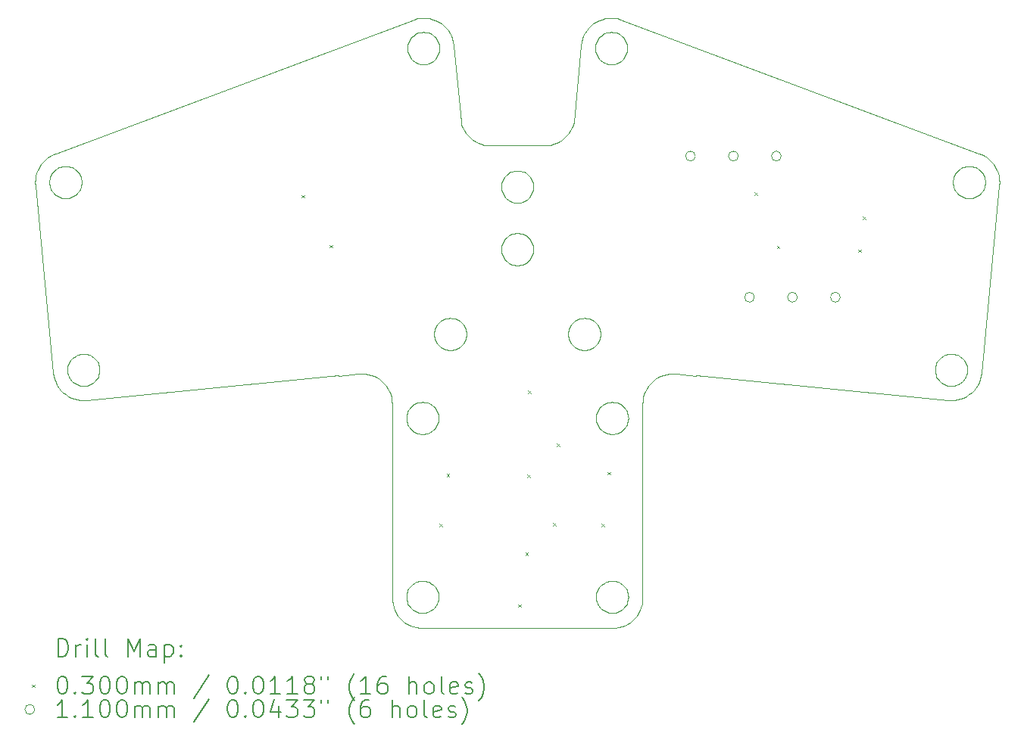
<source format=gbr>
%TF.GenerationSoftware,KiCad,Pcbnew,7.0.8*%
%TF.CreationDate,2023-10-23T18:46:16+02:00*%
%TF.ProjectId,LED_Eyes2,4c45445f-4579-4657-9332-2e6b69636164,rev?*%
%TF.SameCoordinates,Original*%
%TF.FileFunction,Drillmap*%
%TF.FilePolarity,Positive*%
%FSLAX45Y45*%
G04 Gerber Fmt 4.5, Leading zero omitted, Abs format (unit mm)*
G04 Created by KiCad (PCBNEW 7.0.8) date 2023-10-23 18:46:16*
%MOMM*%
%LPD*%
G01*
G04 APERTURE LIST*
%ADD10C,0.100000*%
%ADD11C,0.200000*%
%ADD12C,0.030000*%
%ADD13C,0.110000*%
G04 APERTURE END LIST*
D10*
X12889320Y-13462170D02*
X12907520Y-13457290D01*
X14884939Y-11633361D02*
X14885926Y-11614545D01*
X14150562Y-8937560D02*
X14160824Y-8953360D01*
X18964940Y-8837480D02*
X18981730Y-8828920D01*
X18817510Y-11269427D02*
X18799320Y-11264551D01*
X12773750Y-13688980D02*
X12768870Y-13670780D01*
X14984249Y-7160790D02*
X14949874Y-7170000D01*
X13899140Y-8897740D02*
X13914941Y-8887480D01*
X14628298Y-8348430D02*
X14615545Y-8381650D01*
X14931005Y-10730790D02*
X14926130Y-10748980D01*
X14160824Y-9653360D02*
X14169378Y-9670150D01*
X15241010Y-13595940D02*
X15243950Y-13614540D01*
X19393080Y-8957820D02*
X19387510Y-8922670D01*
X12768870Y-11595937D02*
X12773750Y-11577738D01*
X13207610Y-7265860D02*
X13182445Y-7240690D01*
X18875930Y-8974550D02*
X18878870Y-8955940D01*
X13884498Y-9609600D02*
X13899140Y-9597740D01*
X15780480Y-11135224D02*
X16004940Y-11157670D01*
X15292440Y-13896030D02*
X15317610Y-13870860D01*
X14504786Y-8518430D02*
X14474940Y-8537810D01*
X9081730Y-10928920D02*
X9099320Y-10922170D01*
X15243950Y-11614545D02*
X15244940Y-11633361D01*
X14921174Y-7372920D02*
X14934496Y-7359600D01*
X13410825Y-10603360D02*
X13419379Y-10620150D01*
X14110740Y-9188980D02*
X14094939Y-9199250D01*
X13025631Y-7160790D02*
X12990480Y-7155220D01*
X14890501Y-7420150D02*
X14899055Y-7403360D01*
X12854940Y-11789245D02*
X12839140Y-11778983D01*
X14944495Y-11499595D02*
X14959138Y-11487737D01*
X15064940Y-13813360D02*
X15046120Y-13812370D01*
X14181005Y-9005940D02*
X14183953Y-9024550D01*
X13123954Y-13652180D02*
X13121008Y-13670780D01*
X19231010Y-8955940D02*
X19233950Y-8974550D01*
X12809320Y-7387560D02*
X12821180Y-7372920D01*
X15492270Y-11245856D02*
X15517440Y-11220692D01*
X9244940Y-11249245D02*
X9228150Y-11257799D01*
X9192370Y-10917290D02*
X9210560Y-10922170D01*
X8973760Y-9172370D02*
X8954940Y-9173360D01*
X13217516Y-10869430D02*
X13199317Y-10864550D01*
X12839140Y-11778983D02*
X12824500Y-11767127D01*
X13825927Y-9062180D02*
X13824941Y-9043360D01*
X13050742Y-11487737D02*
X13065385Y-11499595D01*
X14909316Y-7387560D02*
X14921174Y-7372920D01*
X14933953Y-10674550D02*
X14934939Y-10693360D01*
X19130010Y-11293207D02*
X19149390Y-11263361D01*
X9136130Y-11272375D02*
X9117520Y-11269427D01*
X19254790Y-8718290D02*
X19224940Y-8698910D01*
X13121008Y-13670780D02*
X13116131Y-13688980D01*
X14900501Y-13560150D02*
X14909055Y-13543360D01*
X12963760Y-11454346D02*
X12982360Y-11457294D01*
X15054940Y-7673360D02*
X15036120Y-7672370D01*
X19019380Y-11020150D02*
X19026130Y-11037740D01*
X8616800Y-9028900D02*
X8816800Y-11128901D01*
X12692270Y-13870860D02*
X12717440Y-13896030D01*
X9275380Y-10959600D02*
X9288710Y-10972920D01*
X19307610Y-8765860D02*
X19282440Y-8740690D01*
X12773750Y-11688984D02*
X12768870Y-11670785D01*
X13833750Y-8987740D02*
X13840502Y-8970150D01*
X14183953Y-9762180D02*
X14181005Y-9780790D01*
X12917520Y-7317290D02*
X12936130Y-7314350D01*
X13433955Y-10712180D02*
X13431007Y-10730790D01*
X13018154Y-13797800D02*
X13000560Y-13804550D01*
X8978870Y-11130785D02*
X8975930Y-11112176D01*
X13849056Y-9833360D02*
X13840502Y-9816570D01*
X14875925Y-7512180D02*
X14874940Y-7493360D01*
X9154940Y-11433361D02*
X9190480Y-11431498D01*
X14681727Y-10857800D02*
X14664939Y-10849250D01*
X8631580Y-8888300D02*
X8622370Y-8922670D01*
X15175380Y-7359600D02*
X15188700Y-7372920D01*
X8614940Y-8993360D02*
X8616800Y-9028900D01*
X13914941Y-9199250D02*
X13899140Y-9188980D01*
X19026130Y-11148984D02*
X19019380Y-11166573D01*
X15244940Y-13633360D02*
X15243950Y-13652180D01*
X9021180Y-11213804D02*
X9009320Y-11199161D01*
X12774940Y-7493360D02*
X12775930Y-7474550D01*
X14900501Y-11560148D02*
X14909055Y-11543360D01*
X18709320Y-10987560D02*
X18721170Y-10972920D01*
X18910560Y-10922170D02*
X18928150Y-10928920D01*
X12717440Y-13896030D02*
X12745100Y-13918430D01*
X15064940Y-11453361D02*
X15083750Y-11454346D01*
X14634496Y-10827130D02*
X14621174Y-10813800D01*
X19193080Y-11128901D02*
X19393080Y-9028900D01*
X12992370Y-7669430D02*
X12973760Y-7672370D01*
X8999060Y-11183361D02*
X8990500Y-11166573D01*
X12764940Y-13633360D02*
X12765930Y-13614540D01*
X14699316Y-10864550D02*
X14681727Y-10857800D01*
X14934939Y-10693360D02*
X14933953Y-10712180D01*
X13967516Y-9219430D02*
X13949317Y-9214550D01*
X13278300Y-7388300D02*
X13265546Y-7355070D01*
X8849140Y-8847740D02*
X8864940Y-8837480D01*
X13199317Y-10522170D02*
X13217516Y-10517290D01*
X15170000Y-13966720D02*
X15203230Y-13953960D01*
X19054940Y-8813360D02*
X19073750Y-8814350D01*
X8784940Y-8698910D02*
X8755090Y-8718290D01*
X8879870Y-11293207D02*
X8902270Y-11320865D01*
X12973760Y-7314350D02*
X12992370Y-7317290D01*
X18899050Y-9083360D02*
X18890500Y-9066570D01*
X13828875Y-9080790D02*
X13825927Y-9062180D01*
X13426131Y-10748980D02*
X13419379Y-10766570D01*
X18944940Y-11249245D02*
X18928150Y-11257799D01*
X13884498Y-8909600D02*
X13899140Y-8897740D01*
X15125630Y-7160790D02*
X15090480Y-7155220D01*
X13116131Y-13577740D02*
X13121008Y-13595940D01*
X9136130Y-10914350D02*
X9154940Y-10913360D01*
X14926130Y-10748980D02*
X14919378Y-10766570D01*
X9134940Y-8993360D02*
X9133950Y-9012180D01*
X9034500Y-10959600D02*
X9049140Y-10947740D01*
X19387510Y-8922670D02*
X19378300Y-8888300D01*
X15170740Y-11778983D02*
X15154940Y-11789245D01*
X18699050Y-11003360D02*
X18709320Y-10987560D01*
X18949140Y-9138980D02*
X18934500Y-9127130D01*
X12559390Y-11303361D02*
X12575550Y-11335070D01*
X12765930Y-11652177D02*
X12764940Y-11633361D01*
X12264940Y-11133361D02*
X12300480Y-11135224D01*
X15231010Y-7455940D02*
X15233950Y-7474550D01*
X14094939Y-9899250D02*
X14078152Y-9907800D01*
X14949139Y-7347740D02*
X14964939Y-7337480D01*
X15046120Y-13812370D02*
X15027520Y-13809430D01*
X13000560Y-13804550D02*
X12982360Y-13809430D01*
X13344941Y-10849250D02*
X13328153Y-10857800D01*
X15102360Y-11457294D02*
X15120560Y-11462171D01*
X12854940Y-13477470D02*
X12871730Y-13468920D01*
X18960000Y-11416720D02*
X18993230Y-11403966D01*
X14991726Y-11468923D02*
X15009320Y-11462171D01*
X14042364Y-9919430D02*
X14023754Y-9922370D01*
X12588300Y-11368294D02*
X12597510Y-11402671D01*
X14779873Y-7293510D02*
X14760491Y-7323360D01*
X15229380Y-11706574D02*
X15220820Y-11723360D01*
X14176130Y-8987740D02*
X14181005Y-9005940D01*
X13126131Y-7437740D02*
X13131007Y-7455940D01*
X14949139Y-7638980D02*
X14934496Y-7627130D01*
X9075380Y-9127130D02*
X9060740Y-9138980D01*
X19188700Y-9113800D02*
X19175380Y-9127130D01*
X18874940Y-8993360D02*
X18875930Y-8974550D01*
X8799060Y-9083360D02*
X8790500Y-9066570D01*
X13110825Y-7583360D02*
X13100564Y-7599160D01*
X14181005Y-9780790D02*
X14176130Y-9798980D01*
X14773754Y-10872370D02*
X14754940Y-10873360D01*
X12597510Y-11402671D02*
X12603080Y-11437821D01*
X9075380Y-8859600D02*
X9088710Y-8872920D01*
X13010564Y-7322170D02*
X13028153Y-7328920D01*
X13419379Y-10620150D02*
X13426131Y-10637740D01*
X8727440Y-8740690D02*
X8702270Y-8765860D01*
X12604940Y-11473360D02*
X12604940Y-13643360D01*
X14060563Y-9572170D02*
X14078152Y-9578920D01*
X14183953Y-9024550D02*
X14184939Y-9043360D01*
X13018154Y-11797799D02*
X13000560Y-11804551D01*
X13249389Y-7323360D02*
X13230007Y-7293510D01*
X18910560Y-11264551D02*
X18892360Y-11269427D01*
X12799320Y-13739160D02*
X12789060Y-13723360D01*
X13154787Y-7218290D02*
X13124941Y-7198910D01*
X13050742Y-13778980D02*
X13034940Y-13789240D01*
X13986126Y-9922370D02*
X13967516Y-9919430D01*
X14959138Y-11778983D02*
X14944495Y-11767127D01*
X14184939Y-9743360D02*
X14183953Y-9762180D01*
X13833750Y-9098980D02*
X13828875Y-9080790D01*
X14042364Y-8867290D02*
X14060563Y-8872170D01*
X8821180Y-9113800D02*
X8809320Y-9099160D01*
X12982360Y-13457290D02*
X13000560Y-13462170D01*
X8616800Y-8957820D02*
X8614940Y-8993360D01*
X18960740Y-11238984D02*
X18944940Y-11249245D01*
X9310830Y-11003360D02*
X9319380Y-11020150D01*
X19033950Y-11112176D02*
X19031010Y-11130785D01*
X15517440Y-11220692D02*
X15545090Y-11198295D01*
X18921170Y-9113800D02*
X18909320Y-9099160D01*
X14160824Y-9833360D02*
X14150562Y-9849160D01*
X14304940Y-8583360D02*
X13704940Y-8583360D01*
X12774940Y-13937810D02*
X12806650Y-13953960D01*
X18949140Y-8847740D02*
X18964940Y-8837480D01*
X14949874Y-7170000D02*
X14916648Y-7182760D01*
X12907520Y-13457290D02*
X12926130Y-13454340D01*
X18799320Y-10922170D02*
X18817510Y-10917290D01*
X14023754Y-9922370D02*
X14004940Y-9923360D01*
X15210560Y-13739160D02*
X15198710Y-13753800D01*
X18709320Y-11199161D02*
X18699050Y-11183361D01*
X14999316Y-7664550D02*
X14981727Y-7657800D01*
X15144940Y-7337480D02*
X15160740Y-7347740D01*
X14981727Y-7657800D02*
X14964939Y-7649250D01*
X15226130Y-7437740D02*
X15231010Y-7455940D01*
X14934496Y-7359600D02*
X14949139Y-7347740D01*
X13075927Y-10712180D02*
X13074941Y-10693360D01*
X13949317Y-9214550D02*
X13931728Y-9207800D01*
X9049140Y-11238984D02*
X9034500Y-11227126D01*
X13388706Y-10572920D02*
X13400564Y-10587560D01*
X18781730Y-11257799D02*
X18764940Y-11249245D01*
X12824500Y-11499595D02*
X12839140Y-11487737D01*
X9117520Y-11269427D02*
X9099320Y-11264551D01*
X13344941Y-10537480D02*
X13360741Y-10547740D01*
X8954940Y-8813360D02*
X8973760Y-8814350D01*
X14681727Y-10528920D02*
X14699316Y-10522170D01*
X14893749Y-13688980D02*
X14888872Y-13670780D01*
X15198710Y-13512920D02*
X15210560Y-13527560D01*
X13287511Y-7422670D02*
X13278300Y-7388300D01*
X14181005Y-9705940D02*
X14183953Y-9724550D01*
X13099056Y-10603360D02*
X13109318Y-10587560D01*
X15231010Y-7530790D02*
X15226130Y-7548980D01*
X14736124Y-10514350D02*
X14754940Y-10513360D01*
X13181728Y-10528920D02*
X13199317Y-10522170D01*
X13505094Y-8518430D02*
X13477436Y-8496030D01*
X15200560Y-7387560D02*
X15210820Y-7403360D01*
X9099320Y-10922170D02*
X9117520Y-10917290D01*
X12370010Y-11150002D02*
X12403230Y-11162755D01*
X18675930Y-11074546D02*
X18678870Y-11055936D01*
X19160740Y-9138980D02*
X19144940Y-9149250D01*
X13431007Y-10655940D02*
X13433955Y-10674550D01*
X14060563Y-9214550D02*
X14042364Y-9219430D01*
X18734500Y-10959600D02*
X18749140Y-10947740D01*
X15236130Y-11577738D02*
X15241010Y-11595937D01*
X19210820Y-8903360D02*
X19219380Y-8920150D01*
X14717515Y-10869430D02*
X14699316Y-10864550D01*
X13410493Y-8413360D02*
X13394335Y-8381650D01*
X18674940Y-11093360D02*
X18675930Y-11074546D01*
X18988700Y-10972920D02*
X19000560Y-10987560D01*
X12606800Y-13678900D02*
X12612370Y-13714050D01*
X13181728Y-10857800D02*
X13164941Y-10849250D01*
X13131007Y-7455940D02*
X13133955Y-7474550D01*
X14828152Y-10528920D02*
X14844939Y-10537480D01*
X12963760Y-13812370D02*
X12944940Y-13813360D01*
X13400564Y-10587560D02*
X13410825Y-10603360D01*
X15138150Y-11468923D02*
X15154940Y-11477476D01*
X19187510Y-11164051D02*
X19193080Y-11128901D01*
X15160740Y-7638980D02*
X15144940Y-7649250D01*
X15359390Y-13813360D02*
X15375540Y-13781650D01*
X13099056Y-10783360D02*
X13090502Y-10766570D01*
X14931173Y-13512920D02*
X14944495Y-13499590D01*
X13100564Y-7387560D02*
X13110825Y-7403360D01*
X13859318Y-8937560D02*
X13871175Y-8922920D01*
X15229380Y-11560148D02*
X15236130Y-11577738D01*
X18944940Y-10937480D02*
X18960740Y-10947740D01*
X18675930Y-11112176D02*
X18674940Y-11093360D01*
X15009320Y-11462171D02*
X15027520Y-11457294D01*
X9300560Y-11199161D02*
X9288710Y-11213804D01*
X15744940Y-11133361D02*
X15780480Y-11135224D01*
X19031010Y-11130785D02*
X19026130Y-11148984D01*
X14828152Y-10857800D02*
X14810563Y-10864550D01*
X19026130Y-11037740D02*
X19031010Y-11055936D01*
X15220820Y-13543360D02*
X15229380Y-13560150D01*
X15236130Y-13688980D02*
X15229380Y-13706570D01*
X13100564Y-7599160D02*
X13088706Y-7613800D01*
X19000560Y-11199161D02*
X18988700Y-11213804D01*
X15219380Y-7566570D02*
X15210820Y-7583360D01*
X19210820Y-9083360D02*
X19200560Y-9099160D01*
X9331010Y-11055936D02*
X9333950Y-11074546D01*
X18878870Y-8955940D02*
X18883750Y-8937740D01*
X15403080Y-13678900D02*
X15404940Y-13643360D01*
X12834500Y-7359600D02*
X12849140Y-7347740D01*
X19233950Y-8974550D02*
X19234940Y-8993360D01*
X15036120Y-7314350D02*
X15054940Y-7313360D01*
X13182445Y-7240690D02*
X13154787Y-7218290D01*
X15233950Y-7474550D02*
X15234940Y-7493360D01*
X15434330Y-11335070D02*
X15450490Y-11303361D01*
X14176130Y-9098980D02*
X14169378Y-9116570D01*
X18899050Y-8903360D02*
X18909320Y-8887560D01*
X14443230Y-8553970D02*
X14410004Y-8566720D01*
X14599055Y-10783360D02*
X14590501Y-10766570D01*
X15083750Y-11454346D02*
X15102360Y-11457294D01*
X9119400Y-11431498D02*
X9154940Y-11433361D01*
X9228150Y-11257799D02*
X9210560Y-11264551D01*
X14169378Y-9816570D02*
X14160824Y-9833360D01*
X14094939Y-9587480D02*
X14110740Y-9597740D01*
X12821180Y-7372920D02*
X12834500Y-7359600D01*
X9044940Y-8837480D02*
X9060740Y-8847740D01*
X9099320Y-11264551D02*
X9081730Y-11257799D01*
X14959138Y-11487737D02*
X14974940Y-11477476D01*
X13126131Y-7548980D02*
X13119379Y-7566570D01*
X9210560Y-11264551D02*
X9192370Y-11269427D01*
X13429874Y-8443210D02*
X13410493Y-8413360D01*
X12926130Y-13454340D02*
X12944940Y-13453360D01*
X13065385Y-11499595D02*
X13078707Y-11512917D01*
X19128150Y-9157800D02*
X19110560Y-9164550D01*
X15200560Y-7599160D02*
X15188700Y-7613800D01*
X13388706Y-10813800D02*
X13375384Y-10827130D01*
X9133950Y-9012180D02*
X9131010Y-9030790D01*
X15210560Y-11527560D02*
X15220820Y-11543360D01*
X12871730Y-13468920D02*
X12889320Y-13462170D01*
X9060740Y-9138980D02*
X9044940Y-9149250D01*
X19031010Y-11055936D02*
X19033950Y-11074546D01*
X14583749Y-10637740D02*
X14590501Y-10620150D01*
X9288710Y-10972920D02*
X9300560Y-10987560D01*
X12849140Y-7638980D02*
X12834500Y-7627130D01*
X13273756Y-10514350D02*
X13292365Y-10517290D01*
X13452271Y-8470870D02*
X13429874Y-8443210D01*
X15234940Y-13937810D02*
X15264780Y-13918430D01*
X13044941Y-7337480D02*
X13060741Y-7347740D01*
X13100825Y-13723360D02*
X13090563Y-13739160D01*
X8778870Y-9030790D02*
X8775930Y-9012180D01*
X14991726Y-13468920D02*
X15009320Y-13462170D01*
X12944940Y-13813360D02*
X12926130Y-13812370D01*
X13124941Y-11633361D02*
X13123954Y-11652177D01*
X19234940Y-8993360D02*
X19233950Y-9012180D01*
X14169378Y-8970150D02*
X14176130Y-8987740D01*
X12839140Y-13487740D02*
X12854940Y-13477470D01*
X8778870Y-8955940D02*
X8783750Y-8937740D01*
X13060741Y-7347740D02*
X13075384Y-7359600D01*
X13110825Y-7403360D02*
X13119379Y-7420150D01*
X19019380Y-11166573D02*
X19010820Y-11183361D01*
X15138150Y-11797799D02*
X15120560Y-11804551D01*
X13431007Y-10730790D02*
X13426131Y-10748980D01*
X12335630Y-11140790D02*
X12370010Y-11150002D01*
X15120560Y-11462171D02*
X15138150Y-11468923D01*
X9326130Y-11037740D02*
X9331010Y-11055936D01*
X14744334Y-7355070D02*
X14731580Y-7388300D01*
X12612370Y-13714050D02*
X12621580Y-13748420D01*
X8679870Y-8793510D02*
X8660490Y-8823360D01*
X13825927Y-9724550D02*
X13828875Y-9705940D01*
X13083750Y-10637740D02*
X13090502Y-10620150D01*
X15243950Y-13652180D02*
X15241010Y-13670780D01*
X14169378Y-9670150D02*
X14176130Y-9687740D01*
X19178300Y-11198426D02*
X19187510Y-11164051D01*
X12936130Y-7672370D02*
X12917520Y-7669430D01*
X15185380Y-13767130D02*
X15170740Y-13778980D01*
X19073750Y-9172370D02*
X19054940Y-9173360D01*
X13123954Y-11652177D02*
X13121008Y-11670785D01*
X13018154Y-11468923D02*
X13034940Y-11477476D01*
X13884498Y-9877130D02*
X13871175Y-9863800D01*
X13871175Y-9622920D02*
X13884498Y-9609600D01*
X13109379Y-13706570D02*
X13100825Y-13723360D01*
X13078707Y-13753800D02*
X13065385Y-13767130D01*
X14160824Y-8953360D02*
X14169378Y-8970150D01*
X13060741Y-7638980D02*
X13044941Y-7649250D01*
X18909320Y-8887560D02*
X18921170Y-8872920D01*
X13065385Y-13499590D02*
X13078707Y-13512920D01*
X8975930Y-11112176D02*
X8974940Y-11093360D01*
X18854940Y-11273360D02*
X18836120Y-11272375D01*
X12854940Y-11477476D02*
X12871730Y-11468923D01*
X13078707Y-11512917D02*
X13090563Y-11527560D01*
X15469870Y-11273514D02*
X15492270Y-11245856D01*
X19365540Y-8855070D02*
X19349390Y-8823360D01*
X12464790Y-11198295D02*
X12492440Y-11220692D01*
X9331010Y-11130785D02*
X9326130Y-11148984D01*
X13074941Y-10693360D02*
X13075927Y-10674550D01*
X12789060Y-11723360D02*
X12780500Y-11706574D01*
X12982360Y-11457294D02*
X13000560Y-11462171D01*
X15154940Y-13789240D02*
X15138150Y-13797800D01*
X15412370Y-11402671D02*
X15421580Y-11368294D01*
X14919378Y-10766570D02*
X14910824Y-10783360D01*
X12783750Y-7548980D02*
X12778870Y-7530790D01*
X9016650Y-11403966D02*
X9049880Y-11416720D01*
X14621174Y-10572920D02*
X14634496Y-10559600D01*
X13375384Y-10827130D02*
X13360741Y-10838980D01*
X12889320Y-11804551D02*
X12871730Y-11797799D01*
X15054940Y-7313360D02*
X15073750Y-7314350D01*
X8834500Y-8859600D02*
X8849140Y-8847740D01*
X8809320Y-8887560D02*
X8821180Y-8872920D01*
X15674250Y-11140790D02*
X15709400Y-11135224D01*
X15241010Y-11595937D02*
X15243950Y-11614545D01*
X18892360Y-10917290D02*
X18910560Y-10922170D01*
X13310564Y-10522170D02*
X13328153Y-10528920D01*
X14574940Y-10693360D02*
X14575925Y-10674550D01*
X18799320Y-11264551D02*
X18781730Y-11257799D01*
X13109379Y-11706574D02*
X13100825Y-11723360D01*
X14959138Y-13778980D02*
X14944495Y-13767130D01*
X9034500Y-11227126D02*
X9021180Y-11213804D01*
X13265546Y-7355070D02*
X13249389Y-7323360D01*
X14885926Y-13614540D02*
X14888872Y-13595940D01*
X14125382Y-9609600D02*
X14138705Y-9622920D01*
X15064940Y-11813361D02*
X15046120Y-11812374D01*
X8902270Y-11320865D02*
X8927440Y-11346030D01*
X14634496Y-10559600D02*
X14649139Y-10547740D01*
X14599055Y-10603360D02*
X14609316Y-10587560D01*
X14773754Y-10514350D02*
X14792364Y-10517290D01*
X9028150Y-8828920D02*
X9044940Y-8837480D01*
X14909055Y-13543360D02*
X14919317Y-13527560D01*
X15175380Y-7627130D02*
X15160740Y-7638980D01*
X15198710Y-13753800D02*
X15185380Y-13767130D01*
X12944940Y-11813361D02*
X12926130Y-11812374D01*
X13828875Y-9005940D02*
X13833750Y-8987740D01*
X12824500Y-13767130D02*
X12811170Y-13753800D01*
X9049880Y-11416720D02*
X9084250Y-11425931D01*
X13065385Y-13767130D02*
X13050742Y-13778980D01*
X18764940Y-11249245D02*
X18749140Y-11238984D01*
X8936130Y-8814350D02*
X8954940Y-8813360D01*
X8816650Y-8682760D02*
X8784940Y-8698910D01*
X12907520Y-11457294D02*
X12926130Y-11454346D01*
X13849056Y-9133360D02*
X13840502Y-9116570D01*
X15102360Y-11809428D02*
X15083750Y-11812374D01*
X8755090Y-8718290D02*
X8727440Y-8740690D01*
X14919317Y-11527560D02*
X14931173Y-11512917D01*
X18819400Y-11431498D02*
X18854940Y-11433361D01*
X14919378Y-10620150D02*
X14926130Y-10637740D01*
X14474940Y-8537810D02*
X14443230Y-8553970D01*
X12881730Y-7657800D02*
X12864940Y-7649250D01*
X13477436Y-8496030D02*
X13452271Y-8470870D01*
X14138705Y-9622920D02*
X14150562Y-9637560D01*
X15128150Y-7328920D02*
X15144940Y-7337480D01*
X19219380Y-8920150D02*
X19226130Y-8937740D01*
X14919317Y-11739162D02*
X14909055Y-11723360D01*
X14933953Y-10712180D02*
X14931005Y-10730790D01*
X13199317Y-10864550D02*
X13181728Y-10857800D01*
X13116131Y-11688984D02*
X13109379Y-11706574D01*
X13931728Y-8878920D02*
X13949317Y-8872170D01*
X12954940Y-7313360D02*
X12973760Y-7314350D01*
X13093232Y-7182760D02*
X13060006Y-7170000D01*
X13400564Y-10799160D02*
X13388706Y-10813800D01*
X13328153Y-10528920D02*
X13344941Y-10537480D01*
X13065385Y-11767127D02*
X13050742Y-11778983D01*
X9319380Y-11020150D02*
X9326130Y-11037740D01*
X19017510Y-8817290D02*
X19036120Y-8814350D01*
X15135630Y-13975930D02*
X15170000Y-13966720D01*
X15170740Y-13778980D02*
X15154940Y-13789240D01*
X8622370Y-8922670D02*
X8616800Y-8957820D01*
X19092360Y-8817290D02*
X19110560Y-8822170D01*
X14981727Y-7328920D02*
X14999316Y-7322170D01*
X12403230Y-11162755D02*
X12434940Y-11178911D01*
X19175380Y-8859600D02*
X19188700Y-8872920D01*
X13121008Y-11670785D02*
X13116131Y-11688984D01*
X14125382Y-9877130D02*
X14110740Y-9888980D01*
X13100825Y-13543360D02*
X13109379Y-13560150D01*
X18934500Y-9127130D02*
X18921170Y-9113800D01*
X8978870Y-11055936D02*
X8983750Y-11037740D01*
X13000560Y-13462170D02*
X13018154Y-13468920D01*
X14875382Y-10827130D02*
X14860740Y-10838980D01*
X18854940Y-10913360D02*
X18873750Y-10914350D01*
X8816800Y-11128901D02*
X8822370Y-11164051D01*
X12899320Y-7664550D02*
X12881730Y-7657800D01*
X15226130Y-7548980D02*
X15219380Y-7566570D01*
X14023754Y-9564350D02*
X14042364Y-9567290D01*
X18883750Y-8937740D02*
X18890500Y-8920150D01*
X13124941Y-13633360D02*
X13123954Y-13652180D01*
X18960740Y-10947740D02*
X18975380Y-10959600D01*
X15241010Y-11670785D02*
X15236130Y-11688984D01*
X18975380Y-11227126D02*
X18960740Y-11238984D01*
X9110830Y-9083360D02*
X9100560Y-9099160D01*
X8790500Y-8920150D02*
X8799060Y-8903360D01*
X12789060Y-13723360D02*
X12780500Y-13706570D01*
X14125382Y-9177130D02*
X14110740Y-9188980D01*
X15236130Y-13577740D02*
X15241010Y-13595940D01*
X15090480Y-7155220D02*
X15054940Y-7153360D01*
X13123954Y-13614540D02*
X13124941Y-13633360D01*
X13426131Y-10637740D02*
X13431007Y-10655940D01*
X8999060Y-11003360D02*
X9009320Y-10987560D01*
X13949317Y-9914550D02*
X13931728Y-9907800D01*
X14888872Y-11595937D02*
X14893749Y-11577738D01*
X8849880Y-8670000D02*
X8816650Y-8682760D01*
X8809320Y-9099160D02*
X8799060Y-9083360D01*
X13254940Y-10513360D02*
X13273756Y-10514350D01*
X13217516Y-10517290D02*
X13236126Y-10514350D01*
X14792364Y-10517290D02*
X14810563Y-10522170D01*
X14590501Y-10766570D02*
X14583749Y-10748980D01*
X15120560Y-13804550D02*
X15102360Y-13809430D01*
X18836120Y-11272375D02*
X18817510Y-11269427D01*
X15210560Y-11739162D02*
X15198710Y-11753805D01*
X14169378Y-9116570D02*
X14160824Y-9133360D01*
X18890480Y-11431498D02*
X18925630Y-11425931D01*
X13149140Y-10838980D02*
X13134498Y-10827130D01*
X13824941Y-9043360D02*
X13825927Y-9024550D01*
X13078875Y-10655940D02*
X13083750Y-10637740D01*
X15009320Y-13804550D02*
X14991726Y-13797800D01*
X15009320Y-13462170D02*
X15027520Y-13457290D01*
X12871730Y-11797799D02*
X12854940Y-11789245D01*
X14736124Y-10872370D02*
X14717515Y-10869430D01*
X13088706Y-7613800D02*
X13075384Y-7627130D01*
X14916648Y-7182760D02*
X14884939Y-7198910D01*
X12004940Y-11156916D02*
X12004940Y-11157670D01*
X15375540Y-13781650D02*
X15388300Y-13748420D01*
X12773750Y-11577738D02*
X12780500Y-11560148D01*
X14532444Y-8496030D02*
X14504786Y-8518430D01*
X12811170Y-13753800D02*
X12799320Y-13739160D01*
X12773750Y-13577740D02*
X12780500Y-13560150D01*
X14580006Y-8443210D02*
X14557609Y-8470870D01*
X14944495Y-13767130D02*
X14931173Y-13753800D01*
X19017510Y-9169430D02*
X18999320Y-9164550D01*
X14888872Y-13670780D02*
X14885926Y-13652180D01*
X8917520Y-8817290D02*
X8936130Y-8814350D01*
X12944940Y-13983360D02*
X15064940Y-13983360D01*
X8864940Y-8837480D02*
X8881730Y-8828920D01*
X14792364Y-10869430D02*
X14773754Y-10872370D01*
X13840502Y-9670150D02*
X13849056Y-9653360D01*
X13931728Y-9907800D02*
X13914941Y-9899250D01*
X19000560Y-10987560D02*
X19010820Y-11003360D01*
X14900562Y-10587560D02*
X14910824Y-10603360D01*
X12907520Y-11809428D02*
X12889320Y-11804551D01*
X13825927Y-9762180D02*
X13824941Y-9743360D01*
X13075384Y-7627130D02*
X13060741Y-7638980D01*
X14183953Y-9724550D02*
X14184939Y-9743360D01*
X18890500Y-9066570D02*
X18883750Y-9048980D01*
X19110560Y-9164550D02*
X19092360Y-9169430D01*
X14717515Y-10517290D02*
X14736124Y-10514350D01*
X8899320Y-9164550D02*
X8881730Y-9157800D01*
X12765930Y-13652180D02*
X12764940Y-13633360D01*
X15229380Y-13706570D02*
X15220820Y-13723360D01*
X12926130Y-11812374D02*
X12907520Y-11809428D01*
X13109318Y-10587560D02*
X13121175Y-10572920D01*
X13134498Y-10827130D02*
X13121175Y-10813800D01*
X19036120Y-8814350D02*
X19054940Y-8813360D01*
X15450490Y-11303361D02*
X15469870Y-11273514D01*
X15154940Y-11477476D02*
X15170740Y-11487737D01*
X13914941Y-8887480D02*
X13931728Y-8878920D01*
X14900501Y-13706570D02*
X14893749Y-13688980D01*
X14004940Y-9563360D02*
X14023754Y-9564350D01*
X19349390Y-8823360D02*
X19330010Y-8793510D01*
X13078875Y-10730790D02*
X13075927Y-10712180D01*
X14138705Y-9863800D02*
X14125382Y-9877130D01*
X14649139Y-10547740D02*
X14664939Y-10537480D01*
X19036120Y-9172370D02*
X19017510Y-9169430D01*
X15046120Y-11812374D02*
X15027520Y-11809428D01*
X14150562Y-9637560D02*
X14160824Y-9653360D01*
X14575925Y-10674550D02*
X14578873Y-10655940D01*
X9300560Y-10987560D02*
X9310830Y-11003360D01*
X14909055Y-11723360D02*
X14900501Y-11706574D01*
X18975380Y-10959600D02*
X18988700Y-10972920D01*
X14884939Y-7198910D02*
X14855093Y-7218290D01*
X9333950Y-11074546D02*
X9334940Y-11093360D01*
X13100825Y-11543360D02*
X13109379Y-11560148D01*
X13083750Y-10748980D02*
X13078875Y-10730790D01*
X18999320Y-8822170D02*
X19017510Y-8817290D01*
X9288710Y-11213804D02*
X9275380Y-11227126D01*
X15574940Y-11178911D02*
X15606650Y-11162755D01*
X19092360Y-9169430D02*
X19073750Y-9172370D01*
X15210820Y-7403360D02*
X15219380Y-7420150D01*
X12834500Y-7627130D02*
X12821180Y-7613800D01*
X18928150Y-10928920D02*
X18944940Y-10937480D01*
X13090563Y-13739160D02*
X13078707Y-13753800D01*
X13293078Y-7457820D02*
X13287511Y-7422670D01*
X14888872Y-11670785D02*
X14885926Y-11652177D01*
X12839140Y-11487737D02*
X12854940Y-11477476D01*
X13634251Y-8575930D02*
X13599876Y-8566720D01*
X9190480Y-11431498D02*
X12004940Y-11156916D01*
X13124941Y-7198910D02*
X13093232Y-7182760D01*
X14731580Y-7388300D02*
X14722369Y-7422670D01*
X13028153Y-7328920D02*
X13044941Y-7337480D01*
X14890501Y-7566570D02*
X14883749Y-7548980D01*
X14875382Y-10559600D02*
X14888705Y-10572920D01*
X13123954Y-11614545D02*
X13124941Y-11633361D01*
X13840502Y-9816570D02*
X13833750Y-9798980D01*
X14860740Y-10838980D02*
X14844939Y-10849250D01*
X13833750Y-9687740D02*
X13840502Y-9670150D01*
X13360741Y-10838980D02*
X13344941Y-10849250D01*
X9244940Y-10937480D02*
X9260740Y-10947740D01*
X15027520Y-13457290D02*
X15046120Y-13454340D01*
X15027520Y-13809430D02*
X15009320Y-13804550D01*
X13884498Y-9177130D02*
X13871175Y-9163800D01*
X13075927Y-10674550D02*
X13078875Y-10655940D01*
X14609316Y-10799160D02*
X14599055Y-10783360D01*
X14888705Y-10813800D02*
X14875382Y-10827130D01*
X12811170Y-13512920D02*
X12824500Y-13499590D01*
X13914941Y-9587480D02*
X13931728Y-9578920D01*
X9119380Y-8920150D02*
X9126130Y-8937740D01*
X14023754Y-8864350D02*
X14042364Y-8867290D01*
X8954940Y-9173360D02*
X8936130Y-9172370D01*
X18892360Y-11269427D02*
X18873750Y-11272375D01*
X14810563Y-10522170D02*
X14828152Y-10528920D01*
X14888872Y-13595940D02*
X14893749Y-13577740D01*
X14176130Y-9687740D02*
X14181005Y-9705940D01*
X13949317Y-8872170D02*
X13967516Y-8867290D01*
X13828875Y-9780790D02*
X13825927Y-9762180D01*
X14931173Y-13753800D02*
X14919317Y-13739160D01*
X9228150Y-10928920D02*
X9244940Y-10937480D01*
X15092360Y-7669430D02*
X15073750Y-7672370D01*
X14160824Y-9133360D02*
X14150562Y-9149160D01*
X15083750Y-13812370D02*
X15064940Y-13813360D01*
X15397510Y-13714050D02*
X15403080Y-13678900D01*
X8822370Y-11164051D02*
X8831580Y-11198426D01*
X14557609Y-8470870D02*
X14532444Y-8496030D01*
X12300480Y-11135224D02*
X12335630Y-11140790D01*
X14926130Y-10637740D02*
X14931005Y-10655940D01*
X13100825Y-11723360D02*
X13090563Y-11739162D01*
X12780500Y-11560148D02*
X12789060Y-11543360D01*
X14181005Y-9080790D02*
X14176130Y-9098980D01*
X12492440Y-11220692D02*
X12517610Y-11245856D01*
X15083750Y-11812374D02*
X15064940Y-11813361D01*
X15203230Y-13953960D02*
X15234940Y-13937810D01*
X8992370Y-9169430D02*
X8973760Y-9172370D01*
X14138705Y-8922920D02*
X14150562Y-8937560D01*
X13310564Y-10864550D02*
X13292365Y-10869430D01*
X12669880Y-13843210D02*
X12692270Y-13870860D01*
X18873750Y-10914350D02*
X18892360Y-10917290D01*
X9154940Y-10913360D02*
X9173760Y-10914350D01*
X14909055Y-13723360D02*
X14900501Y-13706570D01*
X19282440Y-8740690D02*
X19254790Y-8718290D01*
X9260740Y-10947740D02*
X9275380Y-10959600D01*
X19149390Y-11263361D02*
X19165540Y-11231652D01*
X14004940Y-9223360D02*
X13986126Y-9222370D01*
X18683750Y-11037740D02*
X18690500Y-11020150D01*
X12871730Y-13797800D02*
X12854940Y-13789240D01*
X14883749Y-7437740D02*
X14890501Y-7420150D01*
X13018154Y-13468920D02*
X13034940Y-13477470D01*
X12982360Y-11809428D02*
X12963760Y-11812374D01*
X13849056Y-8953360D02*
X13859318Y-8937560D01*
X14078152Y-9907800D02*
X14060563Y-9914550D01*
X12944940Y-13453360D02*
X12963760Y-13454340D01*
X14893749Y-13577740D02*
X14900501Y-13560150D01*
X12780500Y-13706570D02*
X12773750Y-13688980D01*
X18883750Y-9048980D02*
X18878870Y-9030790D01*
X15036120Y-7672370D02*
X15017510Y-7669430D01*
X15017510Y-7669430D02*
X14999316Y-7664550D01*
X8983750Y-11148984D02*
X8978870Y-11130785D01*
X8834500Y-9127130D02*
X8821180Y-9113800D01*
X15102360Y-13809430D02*
X15083750Y-13812370D01*
X12899320Y-7322170D02*
X12917520Y-7317290D01*
X12768870Y-13670780D02*
X12765930Y-13652180D01*
X14931173Y-11512917D02*
X14944495Y-11499595D01*
X15170740Y-13487740D02*
X15185380Y-13499590D01*
X15421580Y-11368294D02*
X15434330Y-11335070D01*
X13164941Y-10537480D02*
X13181728Y-10528920D01*
X15243950Y-11652177D02*
X15241010Y-11670785D01*
X13833750Y-9798980D02*
X13828875Y-9780790D01*
X18683750Y-11148984D02*
X18678870Y-11130785D01*
X13078707Y-11753805D02*
X13065385Y-11767127D01*
X9117520Y-10917290D02*
X9136130Y-10914350D01*
X12799320Y-11527560D02*
X12811170Y-11512917D01*
X19160000Y-8670000D02*
X15160000Y-7170000D01*
X19200560Y-9099160D02*
X19188700Y-9113800D01*
X12780500Y-13560150D02*
X12789060Y-13543360D01*
X16004940Y-11157670D02*
X16004940Y-11156916D01*
X14910824Y-10783360D02*
X14900562Y-10799160D01*
X9173760Y-11272375D02*
X9154940Y-11273360D01*
X9131010Y-8955940D02*
X9133950Y-8974550D01*
X13394335Y-8381650D02*
X13381582Y-8348430D01*
X13034940Y-11477476D02*
X13050742Y-11487737D01*
X12768870Y-13595940D02*
X12773750Y-13577740D01*
X15144940Y-7649250D02*
X15128150Y-7657800D01*
X13121175Y-10813800D02*
X13109318Y-10799160D01*
X13419379Y-10766570D02*
X13410825Y-10783360D01*
X18873750Y-11272375D02*
X18854940Y-11273360D01*
X14150562Y-9149160D02*
X14138705Y-9163800D01*
X14910824Y-10603360D02*
X14919378Y-10620150D01*
X14974940Y-11789245D02*
X14959138Y-11778983D01*
X15073750Y-7314350D02*
X15092360Y-7317290D01*
X13433955Y-10674550D02*
X13434940Y-10693360D01*
X13109379Y-11560148D02*
X13116131Y-11577738D01*
X13090502Y-10620150D02*
X13099056Y-10603360D01*
X12954940Y-7153360D02*
X12919400Y-7155220D01*
X14893749Y-11577738D02*
X14900501Y-11560148D01*
X12809320Y-7599160D02*
X12799060Y-7583360D01*
X14885926Y-11614545D02*
X14888872Y-11595937D01*
X14110740Y-9597740D02*
X14125382Y-9609600D01*
X12765930Y-13614540D02*
X12768870Y-13595940D01*
X9334940Y-11093360D02*
X9333950Y-11112176D01*
X13044941Y-7649250D02*
X13028153Y-7657800D01*
X13090563Y-13527560D02*
X13100825Y-13543360D01*
X12540010Y-11273514D02*
X12559390Y-11303361D01*
X12799320Y-13527560D02*
X12811170Y-13512920D01*
X14888705Y-10572920D02*
X14900562Y-10587560D01*
X9009320Y-11199161D02*
X8999060Y-11183361D01*
X8660490Y-8823360D02*
X8644340Y-8855070D01*
X9010560Y-9164550D02*
X8992370Y-9169430D01*
X8927440Y-11346030D02*
X8955090Y-11368427D01*
X13121175Y-10572920D02*
X13134498Y-10559600D01*
X9049140Y-10947740D02*
X9064940Y-10937480D01*
X13849056Y-9653360D02*
X13859318Y-9637560D01*
X12881730Y-7328920D02*
X12899320Y-7322170D01*
X15019400Y-7155220D02*
X14984249Y-7160790D01*
X19188700Y-8872920D02*
X19200560Y-8887560D01*
X8849140Y-9138980D02*
X8834500Y-9127130D01*
X8881730Y-8828920D02*
X8899320Y-8822170D01*
X18925630Y-11425931D02*
X18960000Y-11416720D01*
X9064940Y-11249245D02*
X9049140Y-11238984D01*
X14944495Y-13499590D02*
X14959138Y-13487740D01*
X14094939Y-9199250D02*
X14078152Y-9207800D01*
X19107610Y-11320865D02*
X19130010Y-11293207D01*
X13899140Y-9888980D02*
X13884498Y-9877130D01*
X8984940Y-11387809D02*
X9016650Y-11403966D01*
X14934496Y-7627130D02*
X14921174Y-7613800D01*
X13871175Y-9863800D02*
X13859318Y-9849160D01*
X15083750Y-13454340D02*
X15102360Y-13457290D01*
X18875930Y-9012180D02*
X18874940Y-8993360D01*
X12849880Y-7170000D02*
X8849880Y-8670000D01*
X14900501Y-11706574D02*
X14893749Y-11688984D01*
X14599387Y-8413360D02*
X14580006Y-8443210D01*
X19219380Y-9066570D02*
X19210820Y-9083360D01*
X14575925Y-10712180D02*
X14574940Y-10693360D01*
X8936130Y-9172370D02*
X8917520Y-9169430D01*
X13899140Y-9188980D02*
X13884498Y-9177130D01*
X15092360Y-7317290D02*
X15110560Y-7322170D01*
X14183953Y-9062180D02*
X14181005Y-9080790D01*
X15046120Y-13454340D02*
X15064940Y-13453360D01*
X18749140Y-10947740D02*
X18764940Y-10937480D01*
X13149140Y-10547740D02*
X13164941Y-10537480D01*
X18981730Y-9157800D02*
X18964940Y-9149250D01*
X14664939Y-10537480D02*
X14681727Y-10528920D01*
X18836120Y-10914350D02*
X18854940Y-10913360D01*
X9192370Y-11269427D02*
X9173760Y-11272375D01*
X15027520Y-11809428D02*
X15009320Y-11804551D01*
X15709400Y-11135224D02*
X15744940Y-11133361D01*
X13899140Y-9597740D02*
X13914941Y-9587480D01*
X19165540Y-11231652D02*
X19178300Y-11198426D01*
X12849140Y-7347740D02*
X12864940Y-7337480D01*
X18928150Y-11257799D02*
X18910560Y-11264551D01*
X14150562Y-9849160D02*
X14138705Y-9863800D01*
X14878873Y-7455940D02*
X14883749Y-7437740D01*
X14883749Y-7548980D02*
X14878873Y-7530790D01*
X12990480Y-7155220D02*
X12954940Y-7153360D01*
X19226130Y-8937740D02*
X19231010Y-8955940D01*
X14909055Y-11543360D02*
X14919317Y-11527560D01*
X12926130Y-11454346D02*
X12944940Y-11453361D01*
X15210560Y-13527560D02*
X15220820Y-13543360D01*
X14410004Y-8566720D02*
X14375629Y-8575930D01*
X19073750Y-8814350D02*
X19092360Y-8817290D01*
X12778870Y-7455940D02*
X12783750Y-7437740D01*
X13967516Y-8867290D02*
X13986126Y-8864350D01*
X12839880Y-13966720D02*
X12874250Y-13975930D01*
X12789060Y-11543360D02*
X12799320Y-11527560D01*
X13986126Y-9564350D02*
X14004940Y-9563360D01*
X15220820Y-11543360D02*
X15229380Y-11560148D01*
X9009320Y-10987560D02*
X9021180Y-10972920D01*
X13859318Y-9637560D02*
X13871175Y-9622920D01*
X14974940Y-13477470D02*
X14991726Y-13468920D01*
X9333950Y-11112176D02*
X9331010Y-11130785D01*
X19193230Y-8682760D02*
X19160000Y-8670000D01*
X15210820Y-7583360D02*
X15200560Y-7599160D01*
X12806650Y-13953960D02*
X12839880Y-13966720D01*
X15220820Y-13723360D02*
X15210560Y-13739160D01*
X18749140Y-11238984D02*
X18734500Y-11227126D01*
X14722369Y-7422670D02*
X14716802Y-7457820D01*
X18721170Y-11213804D02*
X18709320Y-11199161D01*
X14844939Y-10849250D02*
X14828152Y-10857800D01*
X14855093Y-7218290D02*
X14827435Y-7240690D01*
X12824500Y-11767127D02*
X12811170Y-11753805D01*
X14583749Y-10748980D02*
X14578873Y-10730790D01*
X14078152Y-9207800D02*
X14060563Y-9214550D01*
X14827435Y-7240690D02*
X14802270Y-7265860D01*
X13010564Y-7664550D02*
X12992370Y-7669430D01*
X12889320Y-11462171D02*
X12907520Y-11457294D01*
X9260740Y-11238984D02*
X9244940Y-11249245D01*
X14899055Y-7403360D02*
X14909316Y-7387560D01*
X18909320Y-9099160D02*
X18899050Y-9083360D01*
X15188700Y-7372920D02*
X15200560Y-7387560D01*
X14004940Y-9923360D02*
X13986126Y-9922370D01*
X14078152Y-9578920D02*
X14094939Y-9587480D01*
X13931728Y-9578920D02*
X13949317Y-9572170D01*
X13373876Y-8319670D02*
X13293078Y-7457820D01*
X14664939Y-10849250D02*
X14649139Y-10838980D01*
X13859318Y-9849160D02*
X13849056Y-9833360D01*
X12765930Y-11614545D02*
X12768870Y-11595937D01*
X14899055Y-7583360D02*
X14890501Y-7566570D01*
X14060563Y-8872170D02*
X14078152Y-8878920D01*
X13034940Y-11789245D02*
X13018154Y-11797799D01*
X8864940Y-9149250D02*
X8849140Y-9138980D01*
X14184939Y-9043360D02*
X14183953Y-9062180D01*
X15404940Y-13643360D02*
X15404940Y-11473360D01*
X19394940Y-8993360D02*
X19393080Y-8957820D01*
X19330010Y-8793510D02*
X19307610Y-8765860D01*
X8990500Y-11020150D02*
X8999060Y-11003360D01*
X19200560Y-8887560D02*
X19210820Y-8903360D01*
X18690500Y-11166573D02*
X18683750Y-11148984D01*
X14754940Y-10513360D02*
X14773754Y-10514350D01*
X12799320Y-11739162D02*
X12789060Y-11723360D01*
X8983750Y-11037740D02*
X8990500Y-11020150D01*
X13914941Y-9899250D02*
X13899140Y-9888980D01*
X14931005Y-10655940D02*
X14933953Y-10674550D01*
X19226130Y-9048980D02*
X19219380Y-9066570D01*
X14078152Y-8878920D02*
X14094939Y-8887480D01*
X12926130Y-13812370D02*
X12907520Y-13809430D01*
X13133955Y-7474550D02*
X13134940Y-7493360D01*
X15236130Y-11688984D02*
X15229380Y-11706574D01*
X18690500Y-11020150D02*
X18699050Y-11003360D01*
X14999316Y-7322170D02*
X15017510Y-7317290D01*
X15154940Y-11789245D02*
X15138150Y-11797799D01*
X15233950Y-7512180D02*
X15231010Y-7530790D01*
X14874940Y-7493360D02*
X14875925Y-7474550D01*
X13028153Y-7657800D02*
X13010564Y-7664550D01*
X13109379Y-13560150D02*
X13116131Y-13577740D01*
X13381582Y-8348430D02*
X13373876Y-8319670D01*
X14621174Y-10813800D02*
X14609316Y-10799160D01*
X13134498Y-10559600D02*
X13149140Y-10547740D01*
X13034940Y-13477470D02*
X13050742Y-13487740D01*
X19024940Y-11387809D02*
X19054790Y-11368427D01*
X14636004Y-8319670D02*
X14628298Y-8348430D01*
X13534940Y-8537810D02*
X13505094Y-8518430D01*
X9088710Y-8872920D02*
X9100560Y-8887560D01*
X19393080Y-9028900D02*
X19394940Y-8993360D01*
X12799060Y-7583360D02*
X12790500Y-7566570D01*
X18988700Y-11213804D02*
X18975380Y-11227126D01*
X19110560Y-8822170D02*
X19128150Y-8828920D01*
X13088706Y-7372920D02*
X13100564Y-7387560D01*
X12575550Y-11335070D02*
X12588300Y-11368294D01*
X14340479Y-8581500D02*
X14304940Y-8583360D01*
X13034940Y-13789240D02*
X13018154Y-13797800D01*
X13871175Y-9163800D02*
X13859318Y-9149160D01*
X15243950Y-13614540D02*
X15244940Y-13633360D01*
X15120560Y-13462170D02*
X15138150Y-13468920D01*
X19128150Y-8828920D02*
X19144940Y-8837480D01*
X13328153Y-10857800D02*
X13310564Y-10864550D01*
X9044940Y-9149250D02*
X9028150Y-9157800D01*
X13230007Y-7293510D02*
X13207610Y-7265860D01*
X18699050Y-11183361D02*
X18690500Y-11166573D01*
X14094939Y-8887480D02*
X14110740Y-8897740D01*
X14760491Y-7323360D02*
X14744334Y-7355070D01*
X19054940Y-9173360D02*
X19036120Y-9172370D01*
X18964940Y-9149250D02*
X18949140Y-9138980D01*
X12790500Y-7420150D02*
X12799060Y-7403360D01*
X14004940Y-8863360D02*
X14023754Y-8864350D01*
X14042364Y-9219430D02*
X14023754Y-9222370D01*
X12864940Y-7337480D02*
X12881730Y-7328920D01*
X9060740Y-8847740D02*
X9075380Y-8859600D01*
X15160000Y-7170000D02*
X15125630Y-7160790D01*
X13828875Y-9705940D02*
X13833750Y-9687740D01*
X14964939Y-7649250D02*
X14949139Y-7638980D01*
X13704940Y-8583360D02*
X13669401Y-8581500D01*
X15128150Y-7657800D02*
X15110560Y-7664550D01*
X12909400Y-13981500D02*
X12944940Y-13983360D01*
X8860490Y-11263361D02*
X8879870Y-11293207D01*
X8821180Y-8872920D02*
X8834500Y-8859600D01*
X12604940Y-13643360D02*
X12606800Y-13678900D01*
X14944495Y-11767127D02*
X14931173Y-11753805D01*
X15234940Y-7493360D02*
X15233950Y-7512180D01*
X13840502Y-9116570D02*
X13833750Y-9098980D01*
X14125382Y-8909600D02*
X14138705Y-8922920D01*
X12874250Y-13975930D02*
X12909400Y-13981500D01*
X15219380Y-7420150D02*
X15226130Y-7437740D01*
X12745100Y-13918430D02*
X12774940Y-13937810D01*
X9154940Y-11273360D02*
X9136130Y-11272375D01*
X15027520Y-11457294D02*
X15046120Y-11454346D01*
X14176130Y-9798980D02*
X14169378Y-9816570D01*
X8917520Y-9169430D02*
X8899320Y-9164550D01*
X15054940Y-7153360D02*
X15019400Y-7155220D01*
X12764940Y-11633361D02*
X12765930Y-11614545D01*
X19224940Y-8698910D02*
X19193230Y-8682760D01*
X8783750Y-9048980D02*
X8778870Y-9030790D01*
X19175380Y-9127130D02*
X19160740Y-9138980D01*
X15154940Y-13477470D02*
X15170740Y-13487740D01*
X15138150Y-13797800D02*
X15120560Y-13804550D01*
X12963760Y-13454340D02*
X12982360Y-13457290D01*
X13000560Y-11804551D02*
X12982360Y-11809428D01*
X12789060Y-13543360D02*
X12799320Y-13527560D01*
X12907520Y-13809430D02*
X12889320Y-13804550D01*
X9088710Y-9113800D02*
X9075380Y-9127130D01*
X13825927Y-9024550D02*
X13828875Y-9005940D01*
X8992370Y-8817290D02*
X9010560Y-8822170D01*
X18890500Y-8920150D02*
X18899050Y-8903360D01*
X9081730Y-11257799D02*
X9064940Y-11249245D01*
X8790500Y-9066570D02*
X8783750Y-9048980D01*
X18999320Y-9164550D02*
X18981730Y-9157800D01*
X9084250Y-11425931D02*
X9119400Y-11431498D01*
X8881730Y-9157800D02*
X8864940Y-9149250D01*
X12973760Y-7672370D02*
X12954940Y-7673360D01*
X13840502Y-8970150D02*
X13849056Y-8953360D01*
X12889320Y-13804550D02*
X12871730Y-13797800D01*
X8644340Y-8855070D02*
X8631580Y-8888300D01*
X13134940Y-7493360D02*
X13133955Y-7512180D01*
X13566650Y-8553970D02*
X13534940Y-8537810D01*
X9210560Y-10922170D02*
X9228150Y-10928920D01*
X12954940Y-7673360D02*
X12936130Y-7672370D01*
X13164941Y-10849250D02*
X13149140Y-10838980D01*
X12004940Y-11157670D02*
X12229400Y-11135224D01*
X19054790Y-11368427D02*
X19082440Y-11346030D01*
X15340000Y-13843210D02*
X15359390Y-13813360D01*
X14964939Y-7337480D02*
X14981727Y-7328920D01*
X13986126Y-9222370D02*
X13967516Y-9219430D01*
X14900562Y-10799160D02*
X14888705Y-10813800D01*
X19378300Y-8888300D02*
X19365540Y-8855070D01*
X15264780Y-13918430D02*
X15292440Y-13896030D01*
X13967516Y-9567290D02*
X13986126Y-9564350D01*
X14042364Y-9567290D02*
X14060563Y-9572170D01*
X9126130Y-9048980D02*
X9119380Y-9066570D01*
X12434940Y-11178911D02*
X12464790Y-11198295D01*
X9133950Y-8974550D02*
X9134940Y-8993360D01*
X12790500Y-7566570D02*
X12783750Y-7548980D01*
X12917520Y-7669430D02*
X12899320Y-7664550D01*
X15102360Y-13457290D02*
X15120560Y-13462170D01*
X12982360Y-13809430D02*
X12963760Y-13812370D01*
X13273756Y-10872370D02*
X13254940Y-10873360D01*
X15185380Y-13499590D02*
X15198710Y-13512920D01*
X14931173Y-11753805D02*
X14919317Y-11739162D01*
X14615545Y-8381650D02*
X14599387Y-8413360D01*
X13121008Y-13595940D02*
X13123954Y-13614540D01*
X12229400Y-11135224D02*
X12264940Y-11133361D01*
X15100480Y-13981500D02*
X15135630Y-13975930D01*
X14590501Y-10620150D02*
X14599055Y-10603360D01*
X12919400Y-7155220D02*
X12884250Y-7160790D01*
X15160740Y-7347740D02*
X15175380Y-7359600D01*
X14716802Y-7457820D02*
X14636004Y-8319670D01*
X14893749Y-11688984D02*
X14888872Y-11670785D01*
X14844939Y-10537480D02*
X14860740Y-10547740D01*
X19082440Y-11346030D02*
X19107610Y-11320865D01*
X14578873Y-10730790D02*
X14575925Y-10712180D01*
X14375629Y-8575930D02*
X14340479Y-8581500D01*
X9326130Y-11148984D02*
X9319380Y-11166573D01*
X14578873Y-10655940D02*
X14583749Y-10637740D01*
X14060563Y-9914550D02*
X14042364Y-9919430D01*
X12775930Y-7474550D02*
X12778870Y-7455940D01*
X14110740Y-9888980D02*
X14094939Y-9899250D01*
X19144940Y-8837480D02*
X19160740Y-8847740D01*
X15064940Y-13983360D02*
X15100480Y-13981500D01*
X13599876Y-8566720D02*
X13566650Y-8553970D01*
X18934500Y-8859600D02*
X18949140Y-8847740D01*
X15545090Y-11198295D02*
X15574940Y-11178911D01*
X18734500Y-11227126D02*
X18721170Y-11213804D01*
X15198710Y-11753805D02*
X15185380Y-11767127D01*
X15639870Y-11150002D02*
X15674250Y-11140790D01*
X19034940Y-11093360D02*
X19033950Y-11112176D01*
X14110740Y-8897740D02*
X14125382Y-8909600D01*
X14609316Y-10587560D02*
X14621174Y-10572920D01*
X13090563Y-11527560D02*
X13100825Y-11543360D01*
X8975930Y-11074546D02*
X8978870Y-11055936D01*
X13859318Y-9149160D02*
X13849056Y-9133360D01*
X15188700Y-7613800D02*
X15175380Y-7627130D01*
X13254940Y-10873360D02*
X13236126Y-10872370D01*
X14802270Y-7265860D02*
X14779873Y-7293510D01*
X14991726Y-11797799D02*
X14974940Y-11789245D01*
X13119379Y-7420150D02*
X13126131Y-7437740D01*
X8775930Y-8974550D02*
X8778870Y-8955940D01*
X19231010Y-9030790D02*
X19226130Y-9048980D01*
X13967516Y-9919430D02*
X13949317Y-9914550D01*
X8974940Y-11093360D02*
X8975930Y-11074546D01*
X15017510Y-7317290D02*
X15036120Y-7314350D01*
X12811170Y-11753805D02*
X12799320Y-11739162D01*
X15388300Y-13748420D02*
X15397510Y-13714050D01*
X12783750Y-7437740D02*
X12790500Y-7420150D01*
X13871175Y-8922920D02*
X13884498Y-8909600D01*
X15046120Y-11454346D02*
X15064940Y-11453361D01*
X14884939Y-13633360D02*
X14885926Y-13614540D01*
X9310830Y-11183361D02*
X9300560Y-11199161D01*
X15110560Y-7322170D02*
X15128150Y-7328920D01*
X12871730Y-11468923D02*
X12889320Y-11462171D01*
X19010820Y-11183361D02*
X19000560Y-11199161D01*
X14649139Y-10838980D02*
X14634496Y-10827130D01*
X13292365Y-10869430D02*
X13273756Y-10872370D01*
X9100560Y-9099160D02*
X9088710Y-9113800D01*
X13410825Y-10783360D02*
X13400564Y-10799160D01*
X8702270Y-8765860D02*
X8679870Y-8793510D01*
X14919317Y-13527560D02*
X14931173Y-13512920D01*
X13078707Y-13512920D02*
X13090563Y-13527560D01*
X13824941Y-9743360D02*
X13825927Y-9724550D01*
X18993230Y-11403966D02*
X19024940Y-11387809D01*
X13434940Y-10693360D02*
X13433955Y-10712180D01*
X9173760Y-10914350D02*
X9192370Y-10917290D01*
X14974940Y-11477476D02*
X14991726Y-11468923D01*
X19144940Y-9149250D02*
X19128150Y-9157800D01*
X13116131Y-11577738D02*
X13121008Y-11595937D01*
X15241010Y-13670780D02*
X15236130Y-13688980D01*
X13075384Y-7359600D02*
X13088706Y-7372920D01*
X13000560Y-11462171D02*
X13018154Y-11468923D01*
X12768870Y-11670785D02*
X12765930Y-11652177D01*
X15110560Y-7664550D02*
X15092360Y-7669430D01*
X14875925Y-7474550D02*
X14878873Y-7455940D01*
X9126130Y-8937740D02*
X9131010Y-8955940D01*
X12778870Y-7530790D02*
X12775930Y-7512180D01*
X14860740Y-10547740D02*
X14875382Y-10559600D01*
X14754940Y-10873360D02*
X14736124Y-10872370D01*
X15404940Y-11473360D02*
X15406800Y-11437821D01*
X13050742Y-13487740D02*
X13065385Y-13499590D01*
X19033950Y-11074546D02*
X19034940Y-11093360D01*
X13131007Y-7530790D02*
X13126131Y-7548980D01*
X13986126Y-8864350D02*
X14004940Y-8863360D01*
X15229380Y-13560150D02*
X15236130Y-13577740D01*
X19233950Y-9012180D02*
X19231010Y-9030790D01*
X15244940Y-11633361D02*
X15243950Y-11652177D01*
X14885926Y-13652180D02*
X14884939Y-13633360D01*
X13931728Y-9207800D02*
X13914941Y-9199250D01*
X8831580Y-11198426D02*
X8844340Y-11231652D01*
X13375384Y-10559600D02*
X13388706Y-10572920D01*
X8783750Y-8937740D02*
X8790500Y-8920150D01*
X8799060Y-8903360D02*
X8809320Y-8887560D01*
X9064940Y-10937480D02*
X9081730Y-10928920D01*
X14959138Y-13487740D02*
X14974940Y-13477470D01*
X18854940Y-11433361D02*
X18890480Y-11431498D01*
X15009320Y-11804551D02*
X14991726Y-11797799D01*
X12650490Y-13813360D02*
X12669880Y-13843210D01*
X18764940Y-10937480D02*
X18781730Y-10928920D01*
X13119379Y-7566570D02*
X13110825Y-7583360D01*
X8973760Y-8814350D02*
X8992370Y-8817290D01*
X8955090Y-11368427D02*
X8984940Y-11387809D01*
X18678870Y-11055936D02*
X18683750Y-11037740D01*
X9131010Y-9030790D02*
X9126130Y-9048980D01*
X9010560Y-8822170D02*
X9028150Y-8828920D01*
X13133955Y-7512180D02*
X13131007Y-7530790D01*
X18781730Y-10928920D02*
X18799320Y-10922170D01*
X13050742Y-11778983D02*
X13034940Y-11789245D01*
X9275380Y-11227126D02*
X9260740Y-11238984D01*
X9100560Y-8887560D02*
X9110830Y-8903360D01*
X12944940Y-11453361D02*
X12963760Y-11454346D01*
X14921174Y-7613800D02*
X14909316Y-7599160D01*
X19010820Y-11003360D02*
X19019380Y-11020150D01*
X9319380Y-11166573D02*
X9310830Y-11183361D01*
X15073750Y-7672370D02*
X15054940Y-7673360D01*
X15198710Y-11512917D02*
X15210560Y-11527560D01*
X12821180Y-7613800D02*
X12809320Y-7599160D01*
X15606650Y-11162755D02*
X15639870Y-11150002D01*
X14919317Y-13739160D02*
X14909055Y-13723360D01*
X15220820Y-11723360D02*
X15210560Y-11739162D01*
X13669401Y-8581500D02*
X13634251Y-8575930D01*
X12603080Y-11437821D02*
X12604940Y-11473360D01*
X15185380Y-11767127D02*
X15170740Y-11778983D01*
X9110830Y-8903360D02*
X9119380Y-8920150D01*
X18817510Y-10917290D02*
X18836120Y-10914350D01*
X13360741Y-10547740D02*
X13375384Y-10559600D01*
X9021180Y-10972920D02*
X9034500Y-10959600D01*
X15185380Y-11499595D02*
X15198710Y-11512917D01*
X12824500Y-13499590D02*
X12839140Y-13487740D01*
X12621580Y-13748420D02*
X12634340Y-13781650D01*
X16004940Y-11156916D02*
X18819400Y-11431498D01*
X18921170Y-8872920D02*
X18934500Y-8859600D01*
X12884250Y-7160790D02*
X12849880Y-7170000D01*
X14991726Y-13797800D02*
X14974940Y-13789240D01*
X15170740Y-11487737D02*
X15185380Y-11499595D01*
X12839140Y-13778980D02*
X12824500Y-13767130D01*
X14878873Y-7530790D02*
X14875925Y-7512180D01*
X15120560Y-11804551D02*
X15102360Y-11809428D01*
X12799060Y-7403360D02*
X12809320Y-7387560D01*
X9028150Y-9157800D02*
X9010560Y-9164550D01*
X13090563Y-11739162D02*
X13078707Y-11753805D01*
X12992370Y-7317290D02*
X13010564Y-7322170D01*
X12775930Y-7512180D02*
X12774940Y-7493360D01*
X13121008Y-11595937D02*
X13123954Y-11614545D01*
X18678870Y-11130785D02*
X18675930Y-11112176D01*
X14023754Y-9222370D02*
X14004940Y-9223360D01*
X13116131Y-13688980D02*
X13109379Y-13706570D01*
X18878870Y-9030790D02*
X18875930Y-9012180D01*
X15138150Y-13468920D02*
X15154940Y-13477470D01*
X13949317Y-9572170D02*
X13967516Y-9567290D01*
X14974940Y-13789240D02*
X14959138Y-13778980D01*
X13090502Y-10766570D02*
X13083750Y-10748980D01*
X8774940Y-8993360D02*
X8775930Y-8974550D01*
X15317610Y-13870860D02*
X15340000Y-13843210D01*
X9119380Y-9066570D02*
X9110830Y-9083360D01*
X14909316Y-7599160D02*
X14899055Y-7583360D01*
X13109318Y-10799160D02*
X13099056Y-10783360D01*
X13292365Y-10517290D02*
X13310564Y-10522170D01*
X12854940Y-13789240D02*
X12839140Y-13778980D01*
X8990500Y-11166573D02*
X8983750Y-11148984D01*
X14885926Y-11652177D02*
X14884939Y-11633361D01*
X14810563Y-10864550D02*
X14792364Y-10869430D01*
X14699316Y-10522170D02*
X14717515Y-10517290D01*
X12864940Y-7649250D02*
X12849140Y-7638980D01*
X12936130Y-7314350D02*
X12954940Y-7313360D01*
X12517610Y-11245856D02*
X12540010Y-11273514D01*
X12963760Y-11812374D02*
X12944940Y-11813361D01*
X15064940Y-13453360D02*
X15083750Y-13454340D01*
X12811170Y-11512917D02*
X12824500Y-11499595D01*
X8775930Y-9012180D02*
X8774940Y-8993360D01*
X8844340Y-11231652D02*
X8860490Y-11263361D01*
X12780500Y-11706574D02*
X12773750Y-11688984D01*
X8899320Y-8822170D02*
X8917520Y-8817290D01*
X13236126Y-10514350D02*
X13254940Y-10513360D01*
X19160740Y-8847740D02*
X19175380Y-8859600D01*
X18721170Y-10972920D02*
X18734500Y-10959600D01*
X14138705Y-9163800D02*
X14125382Y-9177130D01*
X18981730Y-8828920D02*
X18999320Y-8822170D01*
X15406800Y-11437821D02*
X15412370Y-11402671D01*
X13236126Y-10872370D02*
X13217516Y-10869430D01*
X12634340Y-13781650D02*
X12650490Y-13813360D01*
X13060006Y-7170000D02*
X13025631Y-7160790D01*
D11*
D12*
X11595000Y-9135000D02*
X11625000Y-9165000D01*
X11625000Y-9135000D02*
X11595000Y-9165000D01*
X11905000Y-9695000D02*
X11935000Y-9725000D01*
X11935000Y-9695000D02*
X11905000Y-9725000D01*
X13135000Y-12815000D02*
X13165000Y-12845000D01*
X13165000Y-12815000D02*
X13135000Y-12845000D01*
X13215000Y-12255000D02*
X13245000Y-12285000D01*
X13245000Y-12255000D02*
X13215000Y-12285000D01*
X14015000Y-13715000D02*
X14045000Y-13745000D01*
X14045000Y-13715000D02*
X14015000Y-13745000D01*
X14095000Y-13135000D02*
X14125000Y-13165000D01*
X14125000Y-13135000D02*
X14095000Y-13165000D01*
X14115000Y-12265000D02*
X14145000Y-12295000D01*
X14145000Y-12265000D02*
X14115000Y-12295000D01*
X14125000Y-11325000D02*
X14155000Y-11355000D01*
X14155000Y-11325000D02*
X14125000Y-11355000D01*
X14405000Y-12805000D02*
X14435000Y-12835000D01*
X14435000Y-12805000D02*
X14405000Y-12835000D01*
X14445000Y-11915000D02*
X14475000Y-11945000D01*
X14475000Y-11915000D02*
X14445000Y-11945000D01*
X14945000Y-12815000D02*
X14975000Y-12845000D01*
X14975000Y-12815000D02*
X14945000Y-12845000D01*
X15015000Y-12235000D02*
X15045000Y-12265000D01*
X15045000Y-12235000D02*
X15015000Y-12265000D01*
X16655000Y-9105000D02*
X16685000Y-9135000D01*
X16685000Y-9105000D02*
X16655000Y-9135000D01*
X16905000Y-9705000D02*
X16935000Y-9735000D01*
X16935000Y-9705000D02*
X16905000Y-9735000D01*
X17815000Y-9745000D02*
X17845000Y-9775000D01*
X17845000Y-9745000D02*
X17815000Y-9775000D01*
X17865000Y-9375000D02*
X17895000Y-9405000D01*
X17895000Y-9375000D02*
X17865000Y-9405000D01*
D13*
X15995000Y-8700000D02*
G75*
G03*
X15995000Y-8700000I-55000J0D01*
G01*
X16475000Y-8700000D02*
G75*
G03*
X16475000Y-8700000I-55000J0D01*
G01*
X16655000Y-10280000D02*
G75*
G03*
X16655000Y-10280000I-55000J0D01*
G01*
X16955000Y-8700000D02*
G75*
G03*
X16955000Y-8700000I-55000J0D01*
G01*
X17135000Y-10280000D02*
G75*
G03*
X17135000Y-10280000I-55000J0D01*
G01*
X17615000Y-10280000D02*
G75*
G03*
X17615000Y-10280000I-55000J0D01*
G01*
D11*
X8870717Y-14299844D02*
X8870717Y-14099844D01*
X8870717Y-14099844D02*
X8918336Y-14099844D01*
X8918336Y-14099844D02*
X8946907Y-14109368D01*
X8946907Y-14109368D02*
X8965955Y-14128415D01*
X8965955Y-14128415D02*
X8975479Y-14147463D01*
X8975479Y-14147463D02*
X8985003Y-14185558D01*
X8985003Y-14185558D02*
X8985003Y-14214129D01*
X8985003Y-14214129D02*
X8975479Y-14252225D01*
X8975479Y-14252225D02*
X8965955Y-14271272D01*
X8965955Y-14271272D02*
X8946907Y-14290320D01*
X8946907Y-14290320D02*
X8918336Y-14299844D01*
X8918336Y-14299844D02*
X8870717Y-14299844D01*
X9070717Y-14299844D02*
X9070717Y-14166510D01*
X9070717Y-14204606D02*
X9080241Y-14185558D01*
X9080241Y-14185558D02*
X9089764Y-14176034D01*
X9089764Y-14176034D02*
X9108812Y-14166510D01*
X9108812Y-14166510D02*
X9127860Y-14166510D01*
X9194526Y-14299844D02*
X9194526Y-14166510D01*
X9194526Y-14099844D02*
X9185003Y-14109368D01*
X9185003Y-14109368D02*
X9194526Y-14118891D01*
X9194526Y-14118891D02*
X9204050Y-14109368D01*
X9204050Y-14109368D02*
X9194526Y-14099844D01*
X9194526Y-14099844D02*
X9194526Y-14118891D01*
X9318336Y-14299844D02*
X9299288Y-14290320D01*
X9299288Y-14290320D02*
X9289764Y-14271272D01*
X9289764Y-14271272D02*
X9289764Y-14099844D01*
X9423098Y-14299844D02*
X9404050Y-14290320D01*
X9404050Y-14290320D02*
X9394526Y-14271272D01*
X9394526Y-14271272D02*
X9394526Y-14099844D01*
X9651669Y-14299844D02*
X9651669Y-14099844D01*
X9651669Y-14099844D02*
X9718336Y-14242701D01*
X9718336Y-14242701D02*
X9785003Y-14099844D01*
X9785003Y-14099844D02*
X9785003Y-14299844D01*
X9965955Y-14299844D02*
X9965955Y-14195082D01*
X9965955Y-14195082D02*
X9956431Y-14176034D01*
X9956431Y-14176034D02*
X9937384Y-14166510D01*
X9937384Y-14166510D02*
X9899288Y-14166510D01*
X9899288Y-14166510D02*
X9880241Y-14176034D01*
X9965955Y-14290320D02*
X9946907Y-14299844D01*
X9946907Y-14299844D02*
X9899288Y-14299844D01*
X9899288Y-14299844D02*
X9880241Y-14290320D01*
X9880241Y-14290320D02*
X9870717Y-14271272D01*
X9870717Y-14271272D02*
X9870717Y-14252225D01*
X9870717Y-14252225D02*
X9880241Y-14233177D01*
X9880241Y-14233177D02*
X9899288Y-14223653D01*
X9899288Y-14223653D02*
X9946907Y-14223653D01*
X9946907Y-14223653D02*
X9965955Y-14214129D01*
X10061193Y-14166510D02*
X10061193Y-14366510D01*
X10061193Y-14176034D02*
X10080241Y-14166510D01*
X10080241Y-14166510D02*
X10118336Y-14166510D01*
X10118336Y-14166510D02*
X10137384Y-14176034D01*
X10137384Y-14176034D02*
X10146907Y-14185558D01*
X10146907Y-14185558D02*
X10156431Y-14204606D01*
X10156431Y-14204606D02*
X10156431Y-14261748D01*
X10156431Y-14261748D02*
X10146907Y-14280796D01*
X10146907Y-14280796D02*
X10137384Y-14290320D01*
X10137384Y-14290320D02*
X10118336Y-14299844D01*
X10118336Y-14299844D02*
X10080241Y-14299844D01*
X10080241Y-14299844D02*
X10061193Y-14290320D01*
X10242145Y-14280796D02*
X10251669Y-14290320D01*
X10251669Y-14290320D02*
X10242145Y-14299844D01*
X10242145Y-14299844D02*
X10232622Y-14290320D01*
X10232622Y-14290320D02*
X10242145Y-14280796D01*
X10242145Y-14280796D02*
X10242145Y-14299844D01*
X10242145Y-14176034D02*
X10251669Y-14185558D01*
X10251669Y-14185558D02*
X10242145Y-14195082D01*
X10242145Y-14195082D02*
X10232622Y-14185558D01*
X10232622Y-14185558D02*
X10242145Y-14176034D01*
X10242145Y-14176034D02*
X10242145Y-14195082D01*
D12*
X8579940Y-14613360D02*
X8609940Y-14643360D01*
X8609940Y-14613360D02*
X8579940Y-14643360D01*
D11*
X8908812Y-14519844D02*
X8927860Y-14519844D01*
X8927860Y-14519844D02*
X8946907Y-14529368D01*
X8946907Y-14529368D02*
X8956431Y-14538891D01*
X8956431Y-14538891D02*
X8965955Y-14557939D01*
X8965955Y-14557939D02*
X8975479Y-14596034D01*
X8975479Y-14596034D02*
X8975479Y-14643653D01*
X8975479Y-14643653D02*
X8965955Y-14681748D01*
X8965955Y-14681748D02*
X8956431Y-14700796D01*
X8956431Y-14700796D02*
X8946907Y-14710320D01*
X8946907Y-14710320D02*
X8927860Y-14719844D01*
X8927860Y-14719844D02*
X8908812Y-14719844D01*
X8908812Y-14719844D02*
X8889764Y-14710320D01*
X8889764Y-14710320D02*
X8880241Y-14700796D01*
X8880241Y-14700796D02*
X8870717Y-14681748D01*
X8870717Y-14681748D02*
X8861193Y-14643653D01*
X8861193Y-14643653D02*
X8861193Y-14596034D01*
X8861193Y-14596034D02*
X8870717Y-14557939D01*
X8870717Y-14557939D02*
X8880241Y-14538891D01*
X8880241Y-14538891D02*
X8889764Y-14529368D01*
X8889764Y-14529368D02*
X8908812Y-14519844D01*
X9061193Y-14700796D02*
X9070717Y-14710320D01*
X9070717Y-14710320D02*
X9061193Y-14719844D01*
X9061193Y-14719844D02*
X9051669Y-14710320D01*
X9051669Y-14710320D02*
X9061193Y-14700796D01*
X9061193Y-14700796D02*
X9061193Y-14719844D01*
X9137384Y-14519844D02*
X9261193Y-14519844D01*
X9261193Y-14519844D02*
X9194526Y-14596034D01*
X9194526Y-14596034D02*
X9223098Y-14596034D01*
X9223098Y-14596034D02*
X9242145Y-14605558D01*
X9242145Y-14605558D02*
X9251669Y-14615082D01*
X9251669Y-14615082D02*
X9261193Y-14634129D01*
X9261193Y-14634129D02*
X9261193Y-14681748D01*
X9261193Y-14681748D02*
X9251669Y-14700796D01*
X9251669Y-14700796D02*
X9242145Y-14710320D01*
X9242145Y-14710320D02*
X9223098Y-14719844D01*
X9223098Y-14719844D02*
X9165955Y-14719844D01*
X9165955Y-14719844D02*
X9146907Y-14710320D01*
X9146907Y-14710320D02*
X9137384Y-14700796D01*
X9385003Y-14519844D02*
X9404050Y-14519844D01*
X9404050Y-14519844D02*
X9423098Y-14529368D01*
X9423098Y-14529368D02*
X9432622Y-14538891D01*
X9432622Y-14538891D02*
X9442145Y-14557939D01*
X9442145Y-14557939D02*
X9451669Y-14596034D01*
X9451669Y-14596034D02*
X9451669Y-14643653D01*
X9451669Y-14643653D02*
X9442145Y-14681748D01*
X9442145Y-14681748D02*
X9432622Y-14700796D01*
X9432622Y-14700796D02*
X9423098Y-14710320D01*
X9423098Y-14710320D02*
X9404050Y-14719844D01*
X9404050Y-14719844D02*
X9385003Y-14719844D01*
X9385003Y-14719844D02*
X9365955Y-14710320D01*
X9365955Y-14710320D02*
X9356431Y-14700796D01*
X9356431Y-14700796D02*
X9346907Y-14681748D01*
X9346907Y-14681748D02*
X9337384Y-14643653D01*
X9337384Y-14643653D02*
X9337384Y-14596034D01*
X9337384Y-14596034D02*
X9346907Y-14557939D01*
X9346907Y-14557939D02*
X9356431Y-14538891D01*
X9356431Y-14538891D02*
X9365955Y-14529368D01*
X9365955Y-14529368D02*
X9385003Y-14519844D01*
X9575479Y-14519844D02*
X9594526Y-14519844D01*
X9594526Y-14519844D02*
X9613574Y-14529368D01*
X9613574Y-14529368D02*
X9623098Y-14538891D01*
X9623098Y-14538891D02*
X9632622Y-14557939D01*
X9632622Y-14557939D02*
X9642145Y-14596034D01*
X9642145Y-14596034D02*
X9642145Y-14643653D01*
X9642145Y-14643653D02*
X9632622Y-14681748D01*
X9632622Y-14681748D02*
X9623098Y-14700796D01*
X9623098Y-14700796D02*
X9613574Y-14710320D01*
X9613574Y-14710320D02*
X9594526Y-14719844D01*
X9594526Y-14719844D02*
X9575479Y-14719844D01*
X9575479Y-14719844D02*
X9556431Y-14710320D01*
X9556431Y-14710320D02*
X9546907Y-14700796D01*
X9546907Y-14700796D02*
X9537384Y-14681748D01*
X9537384Y-14681748D02*
X9527860Y-14643653D01*
X9527860Y-14643653D02*
X9527860Y-14596034D01*
X9527860Y-14596034D02*
X9537384Y-14557939D01*
X9537384Y-14557939D02*
X9546907Y-14538891D01*
X9546907Y-14538891D02*
X9556431Y-14529368D01*
X9556431Y-14529368D02*
X9575479Y-14519844D01*
X9727860Y-14719844D02*
X9727860Y-14586510D01*
X9727860Y-14605558D02*
X9737384Y-14596034D01*
X9737384Y-14596034D02*
X9756431Y-14586510D01*
X9756431Y-14586510D02*
X9785003Y-14586510D01*
X9785003Y-14586510D02*
X9804050Y-14596034D01*
X9804050Y-14596034D02*
X9813574Y-14615082D01*
X9813574Y-14615082D02*
X9813574Y-14719844D01*
X9813574Y-14615082D02*
X9823098Y-14596034D01*
X9823098Y-14596034D02*
X9842145Y-14586510D01*
X9842145Y-14586510D02*
X9870717Y-14586510D01*
X9870717Y-14586510D02*
X9889765Y-14596034D01*
X9889765Y-14596034D02*
X9899288Y-14615082D01*
X9899288Y-14615082D02*
X9899288Y-14719844D01*
X9994526Y-14719844D02*
X9994526Y-14586510D01*
X9994526Y-14605558D02*
X10004050Y-14596034D01*
X10004050Y-14596034D02*
X10023098Y-14586510D01*
X10023098Y-14586510D02*
X10051669Y-14586510D01*
X10051669Y-14586510D02*
X10070717Y-14596034D01*
X10070717Y-14596034D02*
X10080241Y-14615082D01*
X10080241Y-14615082D02*
X10080241Y-14719844D01*
X10080241Y-14615082D02*
X10089765Y-14596034D01*
X10089765Y-14596034D02*
X10108812Y-14586510D01*
X10108812Y-14586510D02*
X10137384Y-14586510D01*
X10137384Y-14586510D02*
X10156431Y-14596034D01*
X10156431Y-14596034D02*
X10165955Y-14615082D01*
X10165955Y-14615082D02*
X10165955Y-14719844D01*
X10556431Y-14510320D02*
X10385003Y-14767463D01*
X10813574Y-14519844D02*
X10832622Y-14519844D01*
X10832622Y-14519844D02*
X10851669Y-14529368D01*
X10851669Y-14529368D02*
X10861193Y-14538891D01*
X10861193Y-14538891D02*
X10870717Y-14557939D01*
X10870717Y-14557939D02*
X10880241Y-14596034D01*
X10880241Y-14596034D02*
X10880241Y-14643653D01*
X10880241Y-14643653D02*
X10870717Y-14681748D01*
X10870717Y-14681748D02*
X10861193Y-14700796D01*
X10861193Y-14700796D02*
X10851669Y-14710320D01*
X10851669Y-14710320D02*
X10832622Y-14719844D01*
X10832622Y-14719844D02*
X10813574Y-14719844D01*
X10813574Y-14719844D02*
X10794527Y-14710320D01*
X10794527Y-14710320D02*
X10785003Y-14700796D01*
X10785003Y-14700796D02*
X10775479Y-14681748D01*
X10775479Y-14681748D02*
X10765955Y-14643653D01*
X10765955Y-14643653D02*
X10765955Y-14596034D01*
X10765955Y-14596034D02*
X10775479Y-14557939D01*
X10775479Y-14557939D02*
X10785003Y-14538891D01*
X10785003Y-14538891D02*
X10794527Y-14529368D01*
X10794527Y-14529368D02*
X10813574Y-14519844D01*
X10965955Y-14700796D02*
X10975479Y-14710320D01*
X10975479Y-14710320D02*
X10965955Y-14719844D01*
X10965955Y-14719844D02*
X10956431Y-14710320D01*
X10956431Y-14710320D02*
X10965955Y-14700796D01*
X10965955Y-14700796D02*
X10965955Y-14719844D01*
X11099288Y-14519844D02*
X11118336Y-14519844D01*
X11118336Y-14519844D02*
X11137384Y-14529368D01*
X11137384Y-14529368D02*
X11146908Y-14538891D01*
X11146908Y-14538891D02*
X11156431Y-14557939D01*
X11156431Y-14557939D02*
X11165955Y-14596034D01*
X11165955Y-14596034D02*
X11165955Y-14643653D01*
X11165955Y-14643653D02*
X11156431Y-14681748D01*
X11156431Y-14681748D02*
X11146908Y-14700796D01*
X11146908Y-14700796D02*
X11137384Y-14710320D01*
X11137384Y-14710320D02*
X11118336Y-14719844D01*
X11118336Y-14719844D02*
X11099288Y-14719844D01*
X11099288Y-14719844D02*
X11080241Y-14710320D01*
X11080241Y-14710320D02*
X11070717Y-14700796D01*
X11070717Y-14700796D02*
X11061193Y-14681748D01*
X11061193Y-14681748D02*
X11051669Y-14643653D01*
X11051669Y-14643653D02*
X11051669Y-14596034D01*
X11051669Y-14596034D02*
X11061193Y-14557939D01*
X11061193Y-14557939D02*
X11070717Y-14538891D01*
X11070717Y-14538891D02*
X11080241Y-14529368D01*
X11080241Y-14529368D02*
X11099288Y-14519844D01*
X11356431Y-14719844D02*
X11242146Y-14719844D01*
X11299288Y-14719844D02*
X11299288Y-14519844D01*
X11299288Y-14519844D02*
X11280241Y-14548415D01*
X11280241Y-14548415D02*
X11261193Y-14567463D01*
X11261193Y-14567463D02*
X11242146Y-14576987D01*
X11546907Y-14719844D02*
X11432622Y-14719844D01*
X11489765Y-14719844D02*
X11489765Y-14519844D01*
X11489765Y-14519844D02*
X11470717Y-14548415D01*
X11470717Y-14548415D02*
X11451669Y-14567463D01*
X11451669Y-14567463D02*
X11432622Y-14576987D01*
X11661193Y-14605558D02*
X11642146Y-14596034D01*
X11642146Y-14596034D02*
X11632622Y-14586510D01*
X11632622Y-14586510D02*
X11623098Y-14567463D01*
X11623098Y-14567463D02*
X11623098Y-14557939D01*
X11623098Y-14557939D02*
X11632622Y-14538891D01*
X11632622Y-14538891D02*
X11642146Y-14529368D01*
X11642146Y-14529368D02*
X11661193Y-14519844D01*
X11661193Y-14519844D02*
X11699288Y-14519844D01*
X11699288Y-14519844D02*
X11718336Y-14529368D01*
X11718336Y-14529368D02*
X11727860Y-14538891D01*
X11727860Y-14538891D02*
X11737384Y-14557939D01*
X11737384Y-14557939D02*
X11737384Y-14567463D01*
X11737384Y-14567463D02*
X11727860Y-14586510D01*
X11727860Y-14586510D02*
X11718336Y-14596034D01*
X11718336Y-14596034D02*
X11699288Y-14605558D01*
X11699288Y-14605558D02*
X11661193Y-14605558D01*
X11661193Y-14605558D02*
X11642146Y-14615082D01*
X11642146Y-14615082D02*
X11632622Y-14624606D01*
X11632622Y-14624606D02*
X11623098Y-14643653D01*
X11623098Y-14643653D02*
X11623098Y-14681748D01*
X11623098Y-14681748D02*
X11632622Y-14700796D01*
X11632622Y-14700796D02*
X11642146Y-14710320D01*
X11642146Y-14710320D02*
X11661193Y-14719844D01*
X11661193Y-14719844D02*
X11699288Y-14719844D01*
X11699288Y-14719844D02*
X11718336Y-14710320D01*
X11718336Y-14710320D02*
X11727860Y-14700796D01*
X11727860Y-14700796D02*
X11737384Y-14681748D01*
X11737384Y-14681748D02*
X11737384Y-14643653D01*
X11737384Y-14643653D02*
X11727860Y-14624606D01*
X11727860Y-14624606D02*
X11718336Y-14615082D01*
X11718336Y-14615082D02*
X11699288Y-14605558D01*
X11813574Y-14519844D02*
X11813574Y-14557939D01*
X11889765Y-14519844D02*
X11889765Y-14557939D01*
X12185003Y-14796034D02*
X12175479Y-14786510D01*
X12175479Y-14786510D02*
X12156431Y-14757939D01*
X12156431Y-14757939D02*
X12146908Y-14738891D01*
X12146908Y-14738891D02*
X12137384Y-14710320D01*
X12137384Y-14710320D02*
X12127860Y-14662701D01*
X12127860Y-14662701D02*
X12127860Y-14624606D01*
X12127860Y-14624606D02*
X12137384Y-14576987D01*
X12137384Y-14576987D02*
X12146908Y-14548415D01*
X12146908Y-14548415D02*
X12156431Y-14529368D01*
X12156431Y-14529368D02*
X12175479Y-14500796D01*
X12175479Y-14500796D02*
X12185003Y-14491272D01*
X12365955Y-14719844D02*
X12251669Y-14719844D01*
X12308812Y-14719844D02*
X12308812Y-14519844D01*
X12308812Y-14519844D02*
X12289765Y-14548415D01*
X12289765Y-14548415D02*
X12270717Y-14567463D01*
X12270717Y-14567463D02*
X12251669Y-14576987D01*
X12537384Y-14519844D02*
X12499288Y-14519844D01*
X12499288Y-14519844D02*
X12480241Y-14529368D01*
X12480241Y-14529368D02*
X12470717Y-14538891D01*
X12470717Y-14538891D02*
X12451669Y-14567463D01*
X12451669Y-14567463D02*
X12442146Y-14605558D01*
X12442146Y-14605558D02*
X12442146Y-14681748D01*
X12442146Y-14681748D02*
X12451669Y-14700796D01*
X12451669Y-14700796D02*
X12461193Y-14710320D01*
X12461193Y-14710320D02*
X12480241Y-14719844D01*
X12480241Y-14719844D02*
X12518336Y-14719844D01*
X12518336Y-14719844D02*
X12537384Y-14710320D01*
X12537384Y-14710320D02*
X12546908Y-14700796D01*
X12546908Y-14700796D02*
X12556431Y-14681748D01*
X12556431Y-14681748D02*
X12556431Y-14634129D01*
X12556431Y-14634129D02*
X12546908Y-14615082D01*
X12546908Y-14615082D02*
X12537384Y-14605558D01*
X12537384Y-14605558D02*
X12518336Y-14596034D01*
X12518336Y-14596034D02*
X12480241Y-14596034D01*
X12480241Y-14596034D02*
X12461193Y-14605558D01*
X12461193Y-14605558D02*
X12451669Y-14615082D01*
X12451669Y-14615082D02*
X12442146Y-14634129D01*
X12794527Y-14719844D02*
X12794527Y-14519844D01*
X12880241Y-14719844D02*
X12880241Y-14615082D01*
X12880241Y-14615082D02*
X12870717Y-14596034D01*
X12870717Y-14596034D02*
X12851670Y-14586510D01*
X12851670Y-14586510D02*
X12823098Y-14586510D01*
X12823098Y-14586510D02*
X12804050Y-14596034D01*
X12804050Y-14596034D02*
X12794527Y-14605558D01*
X13004050Y-14719844D02*
X12985003Y-14710320D01*
X12985003Y-14710320D02*
X12975479Y-14700796D01*
X12975479Y-14700796D02*
X12965955Y-14681748D01*
X12965955Y-14681748D02*
X12965955Y-14624606D01*
X12965955Y-14624606D02*
X12975479Y-14605558D01*
X12975479Y-14605558D02*
X12985003Y-14596034D01*
X12985003Y-14596034D02*
X13004050Y-14586510D01*
X13004050Y-14586510D02*
X13032622Y-14586510D01*
X13032622Y-14586510D02*
X13051670Y-14596034D01*
X13051670Y-14596034D02*
X13061193Y-14605558D01*
X13061193Y-14605558D02*
X13070717Y-14624606D01*
X13070717Y-14624606D02*
X13070717Y-14681748D01*
X13070717Y-14681748D02*
X13061193Y-14700796D01*
X13061193Y-14700796D02*
X13051670Y-14710320D01*
X13051670Y-14710320D02*
X13032622Y-14719844D01*
X13032622Y-14719844D02*
X13004050Y-14719844D01*
X13185003Y-14719844D02*
X13165955Y-14710320D01*
X13165955Y-14710320D02*
X13156431Y-14691272D01*
X13156431Y-14691272D02*
X13156431Y-14519844D01*
X13337384Y-14710320D02*
X13318336Y-14719844D01*
X13318336Y-14719844D02*
X13280241Y-14719844D01*
X13280241Y-14719844D02*
X13261193Y-14710320D01*
X13261193Y-14710320D02*
X13251670Y-14691272D01*
X13251670Y-14691272D02*
X13251670Y-14615082D01*
X13251670Y-14615082D02*
X13261193Y-14596034D01*
X13261193Y-14596034D02*
X13280241Y-14586510D01*
X13280241Y-14586510D02*
X13318336Y-14586510D01*
X13318336Y-14586510D02*
X13337384Y-14596034D01*
X13337384Y-14596034D02*
X13346908Y-14615082D01*
X13346908Y-14615082D02*
X13346908Y-14634129D01*
X13346908Y-14634129D02*
X13251670Y-14653177D01*
X13423098Y-14710320D02*
X13442146Y-14719844D01*
X13442146Y-14719844D02*
X13480241Y-14719844D01*
X13480241Y-14719844D02*
X13499289Y-14710320D01*
X13499289Y-14710320D02*
X13508812Y-14691272D01*
X13508812Y-14691272D02*
X13508812Y-14681748D01*
X13508812Y-14681748D02*
X13499289Y-14662701D01*
X13499289Y-14662701D02*
X13480241Y-14653177D01*
X13480241Y-14653177D02*
X13451670Y-14653177D01*
X13451670Y-14653177D02*
X13432622Y-14643653D01*
X13432622Y-14643653D02*
X13423098Y-14624606D01*
X13423098Y-14624606D02*
X13423098Y-14615082D01*
X13423098Y-14615082D02*
X13432622Y-14596034D01*
X13432622Y-14596034D02*
X13451670Y-14586510D01*
X13451670Y-14586510D02*
X13480241Y-14586510D01*
X13480241Y-14586510D02*
X13499289Y-14596034D01*
X13575479Y-14796034D02*
X13585003Y-14786510D01*
X13585003Y-14786510D02*
X13604051Y-14757939D01*
X13604051Y-14757939D02*
X13613574Y-14738891D01*
X13613574Y-14738891D02*
X13623098Y-14710320D01*
X13623098Y-14710320D02*
X13632622Y-14662701D01*
X13632622Y-14662701D02*
X13632622Y-14624606D01*
X13632622Y-14624606D02*
X13623098Y-14576987D01*
X13623098Y-14576987D02*
X13613574Y-14548415D01*
X13613574Y-14548415D02*
X13604051Y-14529368D01*
X13604051Y-14529368D02*
X13585003Y-14500796D01*
X13585003Y-14500796D02*
X13575479Y-14491272D01*
D13*
X8609940Y-14892360D02*
G75*
G03*
X8609940Y-14892360I-55000J0D01*
G01*
D11*
X8975479Y-14983844D02*
X8861193Y-14983844D01*
X8918336Y-14983844D02*
X8918336Y-14783844D01*
X8918336Y-14783844D02*
X8899288Y-14812415D01*
X8899288Y-14812415D02*
X8880241Y-14831463D01*
X8880241Y-14831463D02*
X8861193Y-14840987D01*
X9061193Y-14964796D02*
X9070717Y-14974320D01*
X9070717Y-14974320D02*
X9061193Y-14983844D01*
X9061193Y-14983844D02*
X9051669Y-14974320D01*
X9051669Y-14974320D02*
X9061193Y-14964796D01*
X9061193Y-14964796D02*
X9061193Y-14983844D01*
X9261193Y-14983844D02*
X9146907Y-14983844D01*
X9204050Y-14983844D02*
X9204050Y-14783844D01*
X9204050Y-14783844D02*
X9185003Y-14812415D01*
X9185003Y-14812415D02*
X9165955Y-14831463D01*
X9165955Y-14831463D02*
X9146907Y-14840987D01*
X9385003Y-14783844D02*
X9404050Y-14783844D01*
X9404050Y-14783844D02*
X9423098Y-14793368D01*
X9423098Y-14793368D02*
X9432622Y-14802891D01*
X9432622Y-14802891D02*
X9442145Y-14821939D01*
X9442145Y-14821939D02*
X9451669Y-14860034D01*
X9451669Y-14860034D02*
X9451669Y-14907653D01*
X9451669Y-14907653D02*
X9442145Y-14945748D01*
X9442145Y-14945748D02*
X9432622Y-14964796D01*
X9432622Y-14964796D02*
X9423098Y-14974320D01*
X9423098Y-14974320D02*
X9404050Y-14983844D01*
X9404050Y-14983844D02*
X9385003Y-14983844D01*
X9385003Y-14983844D02*
X9365955Y-14974320D01*
X9365955Y-14974320D02*
X9356431Y-14964796D01*
X9356431Y-14964796D02*
X9346907Y-14945748D01*
X9346907Y-14945748D02*
X9337384Y-14907653D01*
X9337384Y-14907653D02*
X9337384Y-14860034D01*
X9337384Y-14860034D02*
X9346907Y-14821939D01*
X9346907Y-14821939D02*
X9356431Y-14802891D01*
X9356431Y-14802891D02*
X9365955Y-14793368D01*
X9365955Y-14793368D02*
X9385003Y-14783844D01*
X9575479Y-14783844D02*
X9594526Y-14783844D01*
X9594526Y-14783844D02*
X9613574Y-14793368D01*
X9613574Y-14793368D02*
X9623098Y-14802891D01*
X9623098Y-14802891D02*
X9632622Y-14821939D01*
X9632622Y-14821939D02*
X9642145Y-14860034D01*
X9642145Y-14860034D02*
X9642145Y-14907653D01*
X9642145Y-14907653D02*
X9632622Y-14945748D01*
X9632622Y-14945748D02*
X9623098Y-14964796D01*
X9623098Y-14964796D02*
X9613574Y-14974320D01*
X9613574Y-14974320D02*
X9594526Y-14983844D01*
X9594526Y-14983844D02*
X9575479Y-14983844D01*
X9575479Y-14983844D02*
X9556431Y-14974320D01*
X9556431Y-14974320D02*
X9546907Y-14964796D01*
X9546907Y-14964796D02*
X9537384Y-14945748D01*
X9537384Y-14945748D02*
X9527860Y-14907653D01*
X9527860Y-14907653D02*
X9527860Y-14860034D01*
X9527860Y-14860034D02*
X9537384Y-14821939D01*
X9537384Y-14821939D02*
X9546907Y-14802891D01*
X9546907Y-14802891D02*
X9556431Y-14793368D01*
X9556431Y-14793368D02*
X9575479Y-14783844D01*
X9727860Y-14983844D02*
X9727860Y-14850510D01*
X9727860Y-14869558D02*
X9737384Y-14860034D01*
X9737384Y-14860034D02*
X9756431Y-14850510D01*
X9756431Y-14850510D02*
X9785003Y-14850510D01*
X9785003Y-14850510D02*
X9804050Y-14860034D01*
X9804050Y-14860034D02*
X9813574Y-14879082D01*
X9813574Y-14879082D02*
X9813574Y-14983844D01*
X9813574Y-14879082D02*
X9823098Y-14860034D01*
X9823098Y-14860034D02*
X9842145Y-14850510D01*
X9842145Y-14850510D02*
X9870717Y-14850510D01*
X9870717Y-14850510D02*
X9889765Y-14860034D01*
X9889765Y-14860034D02*
X9899288Y-14879082D01*
X9899288Y-14879082D02*
X9899288Y-14983844D01*
X9994526Y-14983844D02*
X9994526Y-14850510D01*
X9994526Y-14869558D02*
X10004050Y-14860034D01*
X10004050Y-14860034D02*
X10023098Y-14850510D01*
X10023098Y-14850510D02*
X10051669Y-14850510D01*
X10051669Y-14850510D02*
X10070717Y-14860034D01*
X10070717Y-14860034D02*
X10080241Y-14879082D01*
X10080241Y-14879082D02*
X10080241Y-14983844D01*
X10080241Y-14879082D02*
X10089765Y-14860034D01*
X10089765Y-14860034D02*
X10108812Y-14850510D01*
X10108812Y-14850510D02*
X10137384Y-14850510D01*
X10137384Y-14850510D02*
X10156431Y-14860034D01*
X10156431Y-14860034D02*
X10165955Y-14879082D01*
X10165955Y-14879082D02*
X10165955Y-14983844D01*
X10556431Y-14774320D02*
X10385003Y-15031463D01*
X10813574Y-14783844D02*
X10832622Y-14783844D01*
X10832622Y-14783844D02*
X10851669Y-14793368D01*
X10851669Y-14793368D02*
X10861193Y-14802891D01*
X10861193Y-14802891D02*
X10870717Y-14821939D01*
X10870717Y-14821939D02*
X10880241Y-14860034D01*
X10880241Y-14860034D02*
X10880241Y-14907653D01*
X10880241Y-14907653D02*
X10870717Y-14945748D01*
X10870717Y-14945748D02*
X10861193Y-14964796D01*
X10861193Y-14964796D02*
X10851669Y-14974320D01*
X10851669Y-14974320D02*
X10832622Y-14983844D01*
X10832622Y-14983844D02*
X10813574Y-14983844D01*
X10813574Y-14983844D02*
X10794527Y-14974320D01*
X10794527Y-14974320D02*
X10785003Y-14964796D01*
X10785003Y-14964796D02*
X10775479Y-14945748D01*
X10775479Y-14945748D02*
X10765955Y-14907653D01*
X10765955Y-14907653D02*
X10765955Y-14860034D01*
X10765955Y-14860034D02*
X10775479Y-14821939D01*
X10775479Y-14821939D02*
X10785003Y-14802891D01*
X10785003Y-14802891D02*
X10794527Y-14793368D01*
X10794527Y-14793368D02*
X10813574Y-14783844D01*
X10965955Y-14964796D02*
X10975479Y-14974320D01*
X10975479Y-14974320D02*
X10965955Y-14983844D01*
X10965955Y-14983844D02*
X10956431Y-14974320D01*
X10956431Y-14974320D02*
X10965955Y-14964796D01*
X10965955Y-14964796D02*
X10965955Y-14983844D01*
X11099288Y-14783844D02*
X11118336Y-14783844D01*
X11118336Y-14783844D02*
X11137384Y-14793368D01*
X11137384Y-14793368D02*
X11146908Y-14802891D01*
X11146908Y-14802891D02*
X11156431Y-14821939D01*
X11156431Y-14821939D02*
X11165955Y-14860034D01*
X11165955Y-14860034D02*
X11165955Y-14907653D01*
X11165955Y-14907653D02*
X11156431Y-14945748D01*
X11156431Y-14945748D02*
X11146908Y-14964796D01*
X11146908Y-14964796D02*
X11137384Y-14974320D01*
X11137384Y-14974320D02*
X11118336Y-14983844D01*
X11118336Y-14983844D02*
X11099288Y-14983844D01*
X11099288Y-14983844D02*
X11080241Y-14974320D01*
X11080241Y-14974320D02*
X11070717Y-14964796D01*
X11070717Y-14964796D02*
X11061193Y-14945748D01*
X11061193Y-14945748D02*
X11051669Y-14907653D01*
X11051669Y-14907653D02*
X11051669Y-14860034D01*
X11051669Y-14860034D02*
X11061193Y-14821939D01*
X11061193Y-14821939D02*
X11070717Y-14802891D01*
X11070717Y-14802891D02*
X11080241Y-14793368D01*
X11080241Y-14793368D02*
X11099288Y-14783844D01*
X11337384Y-14850510D02*
X11337384Y-14983844D01*
X11289765Y-14774320D02*
X11242146Y-14917177D01*
X11242146Y-14917177D02*
X11365955Y-14917177D01*
X11423098Y-14783844D02*
X11546907Y-14783844D01*
X11546907Y-14783844D02*
X11480241Y-14860034D01*
X11480241Y-14860034D02*
X11508812Y-14860034D01*
X11508812Y-14860034D02*
X11527860Y-14869558D01*
X11527860Y-14869558D02*
X11537384Y-14879082D01*
X11537384Y-14879082D02*
X11546907Y-14898129D01*
X11546907Y-14898129D02*
X11546907Y-14945748D01*
X11546907Y-14945748D02*
X11537384Y-14964796D01*
X11537384Y-14964796D02*
X11527860Y-14974320D01*
X11527860Y-14974320D02*
X11508812Y-14983844D01*
X11508812Y-14983844D02*
X11451669Y-14983844D01*
X11451669Y-14983844D02*
X11432622Y-14974320D01*
X11432622Y-14974320D02*
X11423098Y-14964796D01*
X11613574Y-14783844D02*
X11737384Y-14783844D01*
X11737384Y-14783844D02*
X11670717Y-14860034D01*
X11670717Y-14860034D02*
X11699288Y-14860034D01*
X11699288Y-14860034D02*
X11718336Y-14869558D01*
X11718336Y-14869558D02*
X11727860Y-14879082D01*
X11727860Y-14879082D02*
X11737384Y-14898129D01*
X11737384Y-14898129D02*
X11737384Y-14945748D01*
X11737384Y-14945748D02*
X11727860Y-14964796D01*
X11727860Y-14964796D02*
X11718336Y-14974320D01*
X11718336Y-14974320D02*
X11699288Y-14983844D01*
X11699288Y-14983844D02*
X11642146Y-14983844D01*
X11642146Y-14983844D02*
X11623098Y-14974320D01*
X11623098Y-14974320D02*
X11613574Y-14964796D01*
X11813574Y-14783844D02*
X11813574Y-14821939D01*
X11889765Y-14783844D02*
X11889765Y-14821939D01*
X12185003Y-15060034D02*
X12175479Y-15050510D01*
X12175479Y-15050510D02*
X12156431Y-15021939D01*
X12156431Y-15021939D02*
X12146908Y-15002891D01*
X12146908Y-15002891D02*
X12137384Y-14974320D01*
X12137384Y-14974320D02*
X12127860Y-14926701D01*
X12127860Y-14926701D02*
X12127860Y-14888606D01*
X12127860Y-14888606D02*
X12137384Y-14840987D01*
X12137384Y-14840987D02*
X12146908Y-14812415D01*
X12146908Y-14812415D02*
X12156431Y-14793368D01*
X12156431Y-14793368D02*
X12175479Y-14764796D01*
X12175479Y-14764796D02*
X12185003Y-14755272D01*
X12346908Y-14783844D02*
X12308812Y-14783844D01*
X12308812Y-14783844D02*
X12289765Y-14793368D01*
X12289765Y-14793368D02*
X12280241Y-14802891D01*
X12280241Y-14802891D02*
X12261193Y-14831463D01*
X12261193Y-14831463D02*
X12251669Y-14869558D01*
X12251669Y-14869558D02*
X12251669Y-14945748D01*
X12251669Y-14945748D02*
X12261193Y-14964796D01*
X12261193Y-14964796D02*
X12270717Y-14974320D01*
X12270717Y-14974320D02*
X12289765Y-14983844D01*
X12289765Y-14983844D02*
X12327860Y-14983844D01*
X12327860Y-14983844D02*
X12346908Y-14974320D01*
X12346908Y-14974320D02*
X12356431Y-14964796D01*
X12356431Y-14964796D02*
X12365955Y-14945748D01*
X12365955Y-14945748D02*
X12365955Y-14898129D01*
X12365955Y-14898129D02*
X12356431Y-14879082D01*
X12356431Y-14879082D02*
X12346908Y-14869558D01*
X12346908Y-14869558D02*
X12327860Y-14860034D01*
X12327860Y-14860034D02*
X12289765Y-14860034D01*
X12289765Y-14860034D02*
X12270717Y-14869558D01*
X12270717Y-14869558D02*
X12261193Y-14879082D01*
X12261193Y-14879082D02*
X12251669Y-14898129D01*
X12604050Y-14983844D02*
X12604050Y-14783844D01*
X12689765Y-14983844D02*
X12689765Y-14879082D01*
X12689765Y-14879082D02*
X12680241Y-14860034D01*
X12680241Y-14860034D02*
X12661193Y-14850510D01*
X12661193Y-14850510D02*
X12632622Y-14850510D01*
X12632622Y-14850510D02*
X12613574Y-14860034D01*
X12613574Y-14860034D02*
X12604050Y-14869558D01*
X12813574Y-14983844D02*
X12794527Y-14974320D01*
X12794527Y-14974320D02*
X12785003Y-14964796D01*
X12785003Y-14964796D02*
X12775479Y-14945748D01*
X12775479Y-14945748D02*
X12775479Y-14888606D01*
X12775479Y-14888606D02*
X12785003Y-14869558D01*
X12785003Y-14869558D02*
X12794527Y-14860034D01*
X12794527Y-14860034D02*
X12813574Y-14850510D01*
X12813574Y-14850510D02*
X12842146Y-14850510D01*
X12842146Y-14850510D02*
X12861193Y-14860034D01*
X12861193Y-14860034D02*
X12870717Y-14869558D01*
X12870717Y-14869558D02*
X12880241Y-14888606D01*
X12880241Y-14888606D02*
X12880241Y-14945748D01*
X12880241Y-14945748D02*
X12870717Y-14964796D01*
X12870717Y-14964796D02*
X12861193Y-14974320D01*
X12861193Y-14974320D02*
X12842146Y-14983844D01*
X12842146Y-14983844D02*
X12813574Y-14983844D01*
X12994527Y-14983844D02*
X12975479Y-14974320D01*
X12975479Y-14974320D02*
X12965955Y-14955272D01*
X12965955Y-14955272D02*
X12965955Y-14783844D01*
X13146908Y-14974320D02*
X13127860Y-14983844D01*
X13127860Y-14983844D02*
X13089765Y-14983844D01*
X13089765Y-14983844D02*
X13070717Y-14974320D01*
X13070717Y-14974320D02*
X13061193Y-14955272D01*
X13061193Y-14955272D02*
X13061193Y-14879082D01*
X13061193Y-14879082D02*
X13070717Y-14860034D01*
X13070717Y-14860034D02*
X13089765Y-14850510D01*
X13089765Y-14850510D02*
X13127860Y-14850510D01*
X13127860Y-14850510D02*
X13146908Y-14860034D01*
X13146908Y-14860034D02*
X13156431Y-14879082D01*
X13156431Y-14879082D02*
X13156431Y-14898129D01*
X13156431Y-14898129D02*
X13061193Y-14917177D01*
X13232622Y-14974320D02*
X13251670Y-14983844D01*
X13251670Y-14983844D02*
X13289765Y-14983844D01*
X13289765Y-14983844D02*
X13308812Y-14974320D01*
X13308812Y-14974320D02*
X13318336Y-14955272D01*
X13318336Y-14955272D02*
X13318336Y-14945748D01*
X13318336Y-14945748D02*
X13308812Y-14926701D01*
X13308812Y-14926701D02*
X13289765Y-14917177D01*
X13289765Y-14917177D02*
X13261193Y-14917177D01*
X13261193Y-14917177D02*
X13242146Y-14907653D01*
X13242146Y-14907653D02*
X13232622Y-14888606D01*
X13232622Y-14888606D02*
X13232622Y-14879082D01*
X13232622Y-14879082D02*
X13242146Y-14860034D01*
X13242146Y-14860034D02*
X13261193Y-14850510D01*
X13261193Y-14850510D02*
X13289765Y-14850510D01*
X13289765Y-14850510D02*
X13308812Y-14860034D01*
X13385003Y-15060034D02*
X13394527Y-15050510D01*
X13394527Y-15050510D02*
X13413574Y-15021939D01*
X13413574Y-15021939D02*
X13423098Y-15002891D01*
X13423098Y-15002891D02*
X13432622Y-14974320D01*
X13432622Y-14974320D02*
X13442146Y-14926701D01*
X13442146Y-14926701D02*
X13442146Y-14888606D01*
X13442146Y-14888606D02*
X13432622Y-14840987D01*
X13432622Y-14840987D02*
X13423098Y-14812415D01*
X13423098Y-14812415D02*
X13413574Y-14793368D01*
X13413574Y-14793368D02*
X13394527Y-14764796D01*
X13394527Y-14764796D02*
X13385003Y-14755272D01*
M02*

</source>
